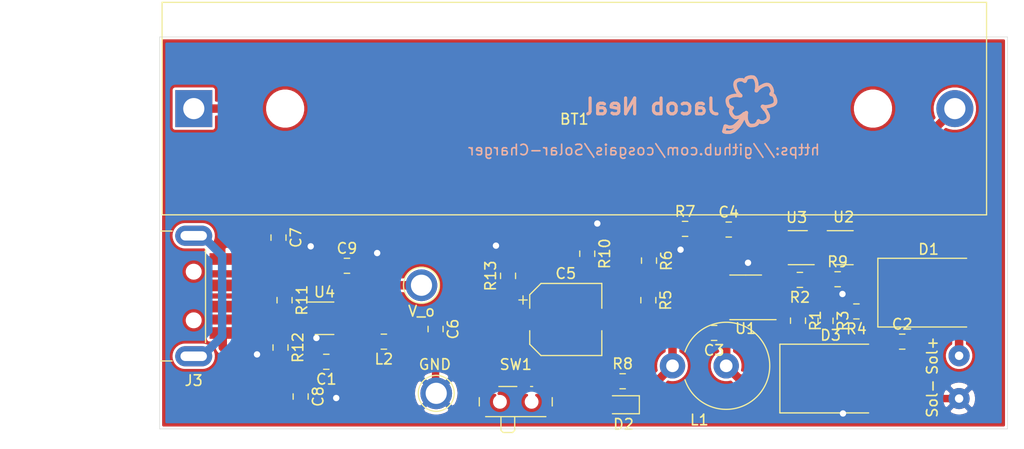
<source format=kicad_pcb>
(kicad_pcb (version 20171130) (host pcbnew "(5.1.0)-1")
  (title_block (title "Solar Charger") (date 2019-05-17) (rev 1.0) (company "Walla Walla University"))
  (layers (0 F.Cu signal) (31 B.Cu signal) (34 B.Paste user) (35 F.Paste user) (36 B.SilkS user) (37 F.SilkS user) (38 B.Mask user) (39 F.Mask user) (44 Edge.Cuts user))
  (net 0 "")
  (net 1 Bat-)
  (net 2 "Net-(BT1-Pad1)")
  (net 3 GND)
  (net 4 "Net-(C1-Pad1)")
  (net 5 "Net-(C2-Pad1)")
  (net 6 "Net-(C3-Pad1)")
  (net 7 "Net-(C3-Pad2)")
  (net 8 "Net-(C4-Pad1)")
  (net 9 "Net-(C5-Pad2)")
  (net 10 "Net-(C8-Pad1)")
  (net 11 "Net-(D1-Pad2)")
  (net 12 "Net-(J3-Pad2)")
  (net 13 "Net-(J3-Pad3)")
  (net 14 "Net-(J3-Pad5)")
  (net 15 "Net-(L1-Pad2)")
  (net 16 "Net-(L2-Pad2)")
  (net 17 "Net-(R1-Pad1)")
  (net 18 "Net-(R5-Pad1)")
  (net 19 "Net-(R9-Pad2)")
  (net 20 "Net-(R11-Pad2)")
  (net 21 "Net-(SW1-Pad3)")
  (net 22 "Net-(U1-Pad4)")
  (net 23 "Net-(U1-Pad5)")
  (net 24 "Net-(U1-Pad8)")
  (net 25 "Net-(U2-Pad1)")
  (net 26 "Net-(U2-Pad3)")
  (net 27 "Net-(U2-Pad4)")
  (net 28 "Net-(U3-Pad5)")
  (net 29 "Net-(U3-Pad2)")
  (net 30 "Net-(R3-Pad1)")
  (module Battery:BatteryHolder_MPD_BH-18650-PC2 (layer F.Cu) (at 114.413501 80.188501)
    (fp_text reference BT1 (at 36 1) (layer F.SilkS))
    (fp_text value Battery_Cell)
    (pad 2 thru_hole circle (at 72 0) (size 3.5 3.5) (drill 2) (layers *.Cu *.Mask) (net 1 Bat-))
    (pad 1 thru_hole rect (at 0 0) (size 3.5 3.5) (drill 2) (layers *.Cu *.Mask) (net 2 "Net-(BT1-Pad1)"))
    (pad "" np_thru_hole circle (at 8.645 0) (size 3.2 3.2) (drill 3.2) (layers *.Cu *.Mask))
    (pad "" np_thru_hole circle (at 64.255 0) (size 3.2 3.2) (drill 3.2) (layers *.Cu *.Mask))
  )
  (module Capacitor_SMD:C_0805_2012Metric (layer F.Cu) (at 126.9515 104.14 180)
    (fp_text reference C1 (at 0 -1.65) (layer F.SilkS))
    (fp_text value 1u)
    (pad 2 smd roundrect (at 0.9375 0 180) (size 0.975 1.4) (layers F.Cu F.Paste F.Mask) (net 3 GND))
    (pad 1 smd roundrect (at -0.9375 0 180) (size 0.975 1.4) (layers F.Cu F.Paste F.Mask) (net 4 "Net-(C1-Pad1)"))
  )
  (module Capacitor_SMD:C_0805_2012Metric (layer F.Cu) (at 181.4345 102.235)
    (fp_text reference C2 (at 0 -1.65) (layer F.SilkS))
    (fp_text value 10u)
    (pad 1 smd roundrect (at -0.9375 0) (size 0.975 1.4) (layers F.Cu F.Paste F.Mask) (net 5 "Net-(C2-Pad1)"))
    (pad 2 smd roundrect (at 0.9375 0) (size 0.975 1.4) (layers F.Cu F.Paste F.Mask) (net 3 GND))
  )
  (module Capacitor_SMD:C_0805_2012Metric (layer F.Cu) (at 163.6395 101.4095 180)
    (fp_text reference C3 (at 0 -1.65) (layer F.SilkS))
    (fp_text value 1u)
    (pad 1 smd roundrect (at -0.9375 0 180) (size 0.975 1.4) (layers F.Cu F.Paste F.Mask) (net 6 "Net-(C3-Pad1)"))
    (pad 2 smd roundrect (at 0.9375 0 180) (size 0.975 1.4) (layers F.Cu F.Paste F.Mask) (net 7 "Net-(C3-Pad2)"))
  )
  (module Capacitor_SMD:C_0805_2012Metric (layer F.Cu) (at 165.0215 91.6305)
    (fp_text reference C4 (at 0 -1.65) (layer F.SilkS))
    (fp_text value 0.1u)
    (pad 2 smd roundrect (at 0.9375 0) (size 0.975 1.4) (layers F.Cu F.Paste F.Mask) (net 1 Bat-))
    (pad 1 smd roundrect (at -0.9375 0) (size 0.975 1.4) (layers F.Cu F.Paste F.Mask) (net 8 "Net-(C4-Pad1)"))
  )
  (module Capacitor_SMD:CP_Elec_6.3x5.4_Nichicon (layer F.Cu) (at 149.606 100.1395)
    (fp_text reference C5 (at 0 -4.35) (layer F.SilkS))
    (fp_text value 100u)
    (pad 1 smd roundrect (at -2.7 0) (size 3.5 1.6) (layers F.Cu F.Paste F.Mask) (roundrect_rratio 0.15625) (net 2 "Net-(BT1-Pad1)"))
    (pad 2 smd roundrect (at 2.7 0) (size 3.5 1.6) (layers F.Cu F.Paste F.Mask) (roundrect_rratio 0.15625) (net 9 "Net-(C5-Pad2)"))
  )
  (module Capacitor_SMD:C_0805_2012Metric (layer F.Cu) (at 137.287 101.0435 270)
    (fp_text reference C6 (at 0 -1.65 90) (layer F.SilkS))
    (fp_text value 22u)
    (pad 1 smd roundrect (at -0.9375 0 270) (size 0.975 1.4) (layers F.Cu F.Paste F.Mask) (net 4 "Net-(C1-Pad1)"))
    (pad 2 smd roundrect (at 0.9375 0 270) (size 0.975 1.4) (layers F.Cu F.Paste F.Mask) (net 3 GND))
  )
  (module Capacitor_SMD:C_0805_2012Metric (layer F.Cu) (at 122.428 92.3925 270)
    (fp_text reference C7 (at 0 -1.65 90) (layer F.SilkS))
    (fp_text value 10u)
    (pad 2 smd roundrect (at 0.9375 0 270) (size 0.975 1.4) (layers F.Cu F.Paste F.Mask) (net 3 GND))
    (pad 1 smd roundrect (at -0.9375 0 270) (size 0.975 1.4) (layers F.Cu F.Paste F.Mask) (net 2 "Net-(BT1-Pad1)"))
  )
  (module Capacitor_SMD:C_0805_2012Metric (layer F.Cu) (at 124.5235 107.427 270)
    (fp_text reference C8 (at 0 -1.65 90) (layer F.SilkS))
    (fp_text value 22u)
    (pad 1 smd roundrect (at -0.9375 0 270) (size 0.975 1.4) (layers F.Cu F.Paste F.Mask) (net 10 "Net-(C8-Pad1)"))
    (pad 2 smd roundrect (at 0.9375 0 270) (size 0.975 1.4) (layers F.Cu F.Paste F.Mask) (net 3 GND))
  )
  (module Capacitor_SMD:C_0805_2012Metric (layer F.Cu) (at 128.905 95.0595)
    (fp_text reference C9 (at 0 -1.65) (layer F.SilkS))
    (fp_text value 22u)
    (pad 2 smd roundrect (at 0.9375 0) (size 0.975 1.4) (layers F.Cu F.Paste F.Mask) (net 3 GND))
    (pad 1 smd roundrect (at -0.9375 0) (size 0.975 1.4) (layers F.Cu F.Paste F.Mask) (net 10 "Net-(C8-Pad1)"))
  )
  (module Diode_SMD:D_SMC (layer F.Cu) (at 183.9305 97.5995)
    (fp_text reference D1 (at 0 -4.1) (layer F.SilkS))
    (fp_text value D_Schottky)
    (pad 1 smd rect (at -3.4 0 90) (size 3.3 2.5) (layers F.Cu F.Paste F.Mask) (net 5 "Net-(C2-Pad1)"))
    (pad 2 smd rect (at 3.4 0 90) (size 3.3 2.5) (layers F.Cu F.Paste F.Mask) (net 11 "Net-(D1-Pad2)"))
  )
  (module Diode_SMD:D_SOD-323F (layer F.Cu) (at 155.067 108.204 180)
    (fp_text reference D2 (at 0 -1.85) (layer F.SilkS))
    (fp_text value D)
    (pad 1 smd rect (at -1.1 0 180) (size 0.5 0.5) (layers F.Cu F.Paste F.Mask) (net 7 "Net-(C3-Pad2)"))
    (pad 2 smd rect (at 1.1 0 180) (size 0.5 0.5) (layers F.Cu F.Paste F.Mask) (net 2 "Net-(BT1-Pad1)"))
  )
  (module Diode_SMD:D_SMC (layer F.Cu) (at 174.6595 105.7275)
    (fp_text reference D3 (at 0 -4.1) (layer F.SilkS))
    (fp_text value D_Schottky)
    (pad 2 smd rect (at 3.4 0 90) (size 3.3 2.5) (layers F.Cu F.Paste F.Mask) (net 3 GND))
    (pad 1 smd rect (at -3.4 0 90) (size 3.3 2.5) (layers F.Cu F.Paste F.Mask) (net 6 "Net-(C3-Pad1)"))
  )
  (module Connector_USB:USB_A_CNCTech_1001-011-01101_Horizontal (layer F.Cu) (at 107.5055 97.917 180)
    (fp_text reference J3 (at -6.9 -8) (layer F.SilkS))
    (fp_text value USB_A)
    (pad 2 smd rect (at -9.65 -1 180) (size 2.5 1.1) (layers F.Cu F.Paste F.Mask) (net 12 "Net-(J3-Pad2)"))
    (pad 3 smd rect (at -9.65 1 180) (size 2.5 1.1) (layers F.Cu F.Paste F.Mask) (net 13 "Net-(J3-Pad3)"))
    (pad 1 smd rect (at -9.65 -3.5 180) (size 2.5 1.1) (layers F.Cu F.Paste F.Mask) (net 10 "Net-(C8-Pad1)"))
    (pad 4 smd rect (at -9.65 3.5 180) (size 2.5 1.1) (layers F.Cu F.Paste F.Mask) (net 3 GND))
    (pad 5 thru_hole oval (at -6.9 -5.7 180) (size 3.5 1.9) (drill oval 2.5 0.9) (layers *.Cu *.Mask) (net 14 "Net-(J3-Pad5)"))
    (pad 5 thru_hole oval (at -6.9 5.7 180) (size 3.5 1.9) (drill oval 2.5 0.9) (layers *.Cu *.Mask) (net 14 "Net-(J3-Pad5)"))
    (pad "" np_thru_hole circle (at -6.9 -2.3 180) (size 1.1 1.1) (drill 1.1) (layers *.Cu *.Mask))
    (pad "" np_thru_hole circle (at -6.9 2.3 180) (size 1.1 1.1) (drill 1.1) (layers *.Cu *.Mask))
  )
  (module Inductor_THT:L_Axial_L20.0mm_D8.0mm_P5.08mm_Vertical (layer F.Cu) (at 164.7825 104.521 180)
    (fp_text reference L1 (at 2.54 -5.12) (layer F.SilkS))
    (fp_text value 10u)
    (pad 1 thru_hole circle (at 0 0 180) (size 2.4 2.4) (drill 1.2) (layers *.Cu *.Mask) (net 6 "Net-(C3-Pad1)"))
    (pad 2 thru_hole oval (at 5.08 0 180) (size 2.4 2.4) (drill 1.2) (layers *.Cu *.Mask) (net 15 "Net-(L1-Pad2)"))
  )
  (module Inductor_SMD:L_0805_2012Metric (layer F.Cu) (at 132.3975 102.235 180)
    (fp_text reference L2 (at 0 -1.65) (layer F.SilkS))
    (fp_text value 1.5u)
    (pad 1 smd roundrect (at -0.9375 0 180) (size 0.975 1.4) (layers F.Cu F.Paste F.Mask) (net 4 "Net-(C1-Pad1)"))
    (pad 2 smd roundrect (at 0.9375 0 180) (size 0.975 1.4) (layers F.Cu F.Paste F.Mask) (net 16 "Net-(L2-Pad2)"))
  )
  (module Resistor_SMD:R_0805_2012Metric (layer F.Cu) (at 171.577 100.2515 270)
    (fp_text reference R1 (at 0 -1.65 90) (layer F.SilkS))
    (fp_text value 787k)
    (pad 2 smd roundrect (at 0.9375 0 270) (size 0.975 1.4) (layers F.Cu F.Paste F.Mask) (net 5 "Net-(C2-Pad1)"))
    (pad 1 smd roundrect (at -0.9375 0 270) (size 0.975 1.4) (layers F.Cu F.Paste F.Mask) (net 17 "Net-(R1-Pad1)"))
  )
  (module Resistor_SMD:R_0805_2012Metric (layer F.Cu) (at 171.7525 96.393 180)
    (fp_text reference R2 (at 0 -1.65) (layer F.SilkS))
    (fp_text value 100k)
    (pad 1 smd roundrect (at -0.9375 0 180) (size 0.975 1.4) (layers F.Cu F.Paste F.Mask) (net 3 GND))
    (pad 2 smd roundrect (at 0.9375 0 180) (size 0.975 1.4) (layers F.Cu F.Paste F.Mask) (net 17 "Net-(R1-Pad1)"))
  )
  (module Resistor_SMD:R_0805_2012Metric (layer F.Cu) (at 174.1805 100.2665 270)
    (fp_text reference R3 (at 0 -1.65 90) (layer F.SilkS))
    (fp_text value 280k)
    (pad 1 smd roundrect (at -0.9375 0 270) (size 0.975 1.4) (layers F.Cu F.Paste F.Mask) (net 30 "Net-(R3-Pad1)"))
    (pad 2 smd roundrect (at 0.9375 0 270) (size 0.975 1.4) (layers F.Cu F.Paste F.Mask) (net 5 "Net-(C2-Pad1)"))
  )
  (module Resistor_SMD:R_0805_2012Metric (layer F.Cu) (at 177.1015 99.3775 180)
    (fp_text reference R4 (at 0 -1.65) (layer F.SilkS))
    (fp_text value 100k)
    (pad 2 smd roundrect (at 0.9375 0 180) (size 0.975 1.4) (layers F.Cu F.Paste F.Mask) (net 30 "Net-(R3-Pad1)"))
    (pad 1 smd roundrect (at -0.9375 0 180) (size 0.975 1.4) (layers F.Cu F.Paste F.Mask) (net 3 GND))
  )
  (module Resistor_SMD:R_0805_2012Metric (layer F.Cu) (at 157.4165 98.313 270)
    (fp_text reference R5 (at 0 -1.65 90) (layer F.SilkS))
    (fp_text value 316k)
    (pad 1 smd roundrect (at -0.9375 0 270) (size 0.975 1.4) (layers F.Cu F.Paste F.Mask) (net 18 "Net-(R5-Pad1)"))
    (pad 2 smd roundrect (at 0.9375 0 270) (size 0.975 1.4) (layers F.Cu F.Paste F.Mask) (net 2 "Net-(BT1-Pad1)"))
  )
  (module Resistor_SMD:R_0805_2012Metric (layer F.Cu) (at 157.48 94.5665 270)
    (fp_text reference R6 (at 0 -1.65 90) (layer F.SilkS))
    (fp_text value 1.15Meg)
    (pad 2 smd roundrect (at 0.9375 0 270) (size 0.975 1.4) (layers F.Cu F.Paste F.Mask) (net 18 "Net-(R5-Pad1)"))
    (pad 1 smd roundrect (at -0.9375 0 270) (size 0.975 1.4) (layers F.Cu F.Paste F.Mask) (net 3 GND))
  )
  (module Resistor_SMD:R_0805_2012Metric (layer F.Cu) (at 160.894 91.567)
    (fp_text reference R7 (at 0 -1.65) (layer F.SilkS))
    (fp_text value 470)
    (pad 1 smd roundrect (at -0.9375 0) (size 0.975 1.4) (layers F.Cu F.Paste F.Mask) (net 2 "Net-(BT1-Pad1)"))
    (pad 2 smd roundrect (at 0.9375 0) (size 0.975 1.4) (layers F.Cu F.Paste F.Mask) (net 8 "Net-(C4-Pad1)"))
  )
  (module Resistor_SMD:R_0805_2012Metric (layer F.Cu) (at 154.9885 105.9815)
    (fp_text reference R8 (at 0 -1.65) (layer F.SilkS))
    (fp_text value 0.05)
    (pad 2 smd roundrect (at 0.9375 0) (size 0.975 1.4) (layers F.Cu F.Paste F.Mask) (net 15 "Net-(L1-Pad2)"))
    (pad 1 smd roundrect (at -0.9375 0) (size 0.975 1.4) (layers F.Cu F.Paste F.Mask) (net 2 "Net-(BT1-Pad1)"))
  )
  (module Resistor_SMD:R_0805_2012Metric (layer F.Cu) (at 175.3235 96.3295)
    (fp_text reference R9 (at 0 -1.65) (layer F.SilkS))
    (fp_text value 2k)
    (pad 2 smd roundrect (at 0.9375 0) (size 0.975 1.4) (layers F.Cu F.Paste F.Mask) (net 19 "Net-(R9-Pad2)"))
    (pad 1 smd roundrect (at -0.9375 0) (size 0.975 1.4) (layers F.Cu F.Paste F.Mask) (net 3 GND))
  )
  (module Resistor_SMD:R_0805_2012Metric (layer F.Cu) (at 151.638 93.9165 270)
    (fp_text reference R10 (at 0 -1.65 90) (layer F.SilkS))
    (fp_text value 0.1)
    (pad 1 smd roundrect (at -0.9375 0 270) (size 0.975 1.4) (layers F.Cu F.Paste F.Mask) (net 3 GND))
    (pad 2 smd roundrect (at 0.9375 0 270) (size 0.975 1.4) (layers F.Cu F.Paste F.Mask) (net 9 "Net-(C5-Pad2)"))
  )
  (module Resistor_SMD:R_0805_2012Metric (layer F.Cu) (at 122.9995 98.313 270)
    (fp_text reference R11 (at 0 -1.65 90) (layer F.SilkS))
    (fp_text value 1.8Meg)
    (pad 2 smd roundrect (at 0.9375 0 270) (size 0.975 1.4) (layers F.Cu F.Paste F.Mask) (net 20 "Net-(R11-Pad2)"))
    (pad 1 smd roundrect (at -0.9375 0 270) (size 0.975 1.4) (layers F.Cu F.Paste F.Mask) (net 10 "Net-(C8-Pad1)"))
  )
  (module Resistor_SMD:R_0805_2012Metric (layer F.Cu) (at 122.6185 102.7915 270)
    (fp_text reference R12 (at 0 -1.65 90) (layer F.SilkS))
    (fp_text value 200k)
    (pad 1 smd roundrect (at -0.9375 0 270) (size 0.975 1.4) (layers F.Cu F.Paste F.Mask) (net 20 "Net-(R11-Pad2)"))
    (pad 2 smd roundrect (at 0.9375 0 270) (size 0.975 1.4) (layers F.Cu F.Paste F.Mask) (net 3 GND))
  )
  (module Resistor_SMD:R_0805_2012Metric (layer F.Cu) (at 144.145 96.012 90)
    (fp_text reference R13 (at 0 -1.65 90) (layer F.SilkS))
    (fp_text value 100k)
    (pad 1 smd roundrect (at -0.9375 0 90) (size 0.975 1.4) (layers F.Cu F.Paste F.Mask) (net 4 "Net-(C1-Pad1)"))
    (pad 2 smd roundrect (at 0.9375 0 90) (size 0.975 1.4) (layers F.Cu F.Paste F.Mask) (net 3 GND))
  )
  (module Button_Switch_SMD:SW_SPDT_PCM12 (layer F.Cu) (at 144.874 107.5995)
    (fp_text reference SW1 (at 0 -3.2) (layer F.SilkS))
    (fp_text value SW_SPDT)
    (pad "" np_thru_hole circle (at -1.5 0.33) (size 0.9 0.9) (drill 0.9) (layers *.Cu *.Mask))
    (pad "" np_thru_hole circle (at 1.5 0.33) (size 0.9 0.9) (drill 0.9) (layers *.Cu *.Mask))
    (pad 1 smd rect (at -2.25 -1.43) (size 0.7 1.5) (layers F.Cu F.Paste F.Mask) (net 4 "Net-(C1-Pad1)"))
    (pad 2 smd rect (at 0.75 -1.43) (size 0.7 1.5) (layers F.Cu F.Paste F.Mask) (net 2 "Net-(BT1-Pad1)"))
    (pad 3 smd rect (at 2.25 -1.43) (size 0.7 1.5) (layers F.Cu F.Paste F.Mask) (net 21 "Net-(SW1-Pad3)"))
    (pad "" smd rect (at -3.65 1.43) (size 1 0.8) (layers F.Cu F.Paste F.Mask))
    (pad "" smd rect (at 3.65 1.43) (size 1 0.8) (layers F.Cu F.Paste F.Mask))
    (pad "" smd rect (at 3.65 -0.78) (size 1 0.8) (layers F.Cu F.Paste F.Mask))
    (pad "" smd rect (at -3.65 -0.78) (size 1 0.8) (layers F.Cu F.Paste F.Mask))
  )
  (module TestPoint:TestPoint_Plated_Hole_D2.0mm (layer F.Cu) (at 137.3505 107.1245)
    (fp_text reference TP1)
    (fp_text value GND (at -0.127 -2.7305) (layer F.SilkS))
    (pad 1 thru_hole circle (at 0 0) (size 3 3) (drill 2) (layers *.Cu *.Mask) (net 3 GND))
  )
  (module TestPoint:TestPoint_Plated_Hole_D2.0mm (layer F.Cu) (at 135.9535 96.901)
    (fp_text reference TP2)
    (fp_text value V_o (at 0 2.45) (layer F.SilkS))
    (pad 1 thru_hole circle (at 0 0) (size 3 3) (drill 2) (layers *.Cu *.Mask) (net 10 "Net-(C8-Pad1)"))
  )
  (module Package_SO:MSOP-12-1EP_3x4mm_P0.65mm_EP1.65x2.85mm (layer F.Cu) (at 166.624 98.044 180)
    (fp_text reference U1 (at 0 -2.95) (layer F.SilkS))
    (fp_text value LT3652)
    (pad 13 smd roundrect (at 0 0 180) (size 1.65 2.85) (layers F.Cu F.Mask) (roundrect_rratio 0.151515) (net 3 GND))
    (pad 1 smd roundrect (at -2.15 -1.625 180) (size 1.45 0.4) (layers F.Cu F.Paste F.Mask) (net 5 "Net-(C2-Pad1)"))
    (pad 2 smd roundrect (at -2.15 -0.975 180) (size 1.45 0.4) (layers F.Cu F.Paste F.Mask) (net 30 "Net-(R3-Pad1)"))
    (pad 3 smd roundrect (at -2.15 -0.325 180) (size 1.45 0.4) (layers F.Cu F.Paste F.Mask) (net 17 "Net-(R1-Pad1)"))
    (pad 4 smd roundrect (at -2.15 0.325 180) (size 1.45 0.4) (layers F.Cu F.Paste F.Mask) (net 22 "Net-(U1-Pad4)"))
    (pad 5 smd roundrect (at -2.15 0.975 180) (size 1.45 0.4) (layers F.Cu F.Paste F.Mask) (net 23 "Net-(U1-Pad5)"))
    (pad 6 smd roundrect (at -2.15 1.625 180) (size 1.45 0.4) (layers F.Cu F.Paste F.Mask) (net 3 GND))
    (pad 7 smd roundrect (at 2.15 1.625 180) (size 1.45 0.4) (layers F.Cu F.Paste F.Mask) (net 18 "Net-(R5-Pad1)"))
    (pad 8 smd roundrect (at 2.15 0.975 180) (size 1.45 0.4) (layers F.Cu F.Paste F.Mask) (net 24 "Net-(U1-Pad8)"))
    (pad 9 smd roundrect (at 2.15 0.325 180) (size 1.45 0.4) (layers F.Cu F.Paste F.Mask) (net 2 "Net-(BT1-Pad1)"))
    (pad 10 smd roundrect (at 2.15 -0.325 180) (size 1.45 0.4) (layers F.Cu F.Paste F.Mask) (net 15 "Net-(L1-Pad2)"))
    (pad 11 smd roundrect (at 2.15 -0.975 180) (size 1.45 0.4) (layers F.Cu F.Paste F.Mask) (net 7 "Net-(C3-Pad2)"))
    (pad 12 smd roundrect (at 2.15 -1.625 180) (size 1.45 0.4) (layers F.Cu F.Paste F.Mask) (net 6 "Net-(C3-Pad1)"))
  )
  (module Package_TO_SOT_SMD:SOT-23-6 (layer F.Cu) (at 175.895 93.345)
    (fp_text reference U2 (at 0 -2.9) (layer F.SilkS))
    (fp_text value S-8261)
    (pad 1 smd rect (at -1.1 -0.95) (size 1.06 0.65) (layers F.Cu F.Paste F.Mask) (net 25 "Net-(U2-Pad1)"))
    (pad 2 smd rect (at -1.1 0) (size 1.06 0.65) (layers F.Cu F.Paste F.Mask) (net 19 "Net-(R9-Pad2)"))
    (pad 3 smd rect (at -1.1 0.95) (size 1.06 0.65) (layers F.Cu F.Paste F.Mask) (net 26 "Net-(U2-Pad3)"))
    (pad 4 smd rect (at 1.1 0.95) (size 1.06 0.65) (layers F.Cu F.Paste F.Mask) (net 27 "Net-(U2-Pad4)"))
    (pad 6 smd rect (at 1.1 -0.95) (size 1.06 0.65) (layers F.Cu F.Paste F.Mask) (net 1 Bat-))
    (pad 5 smd rect (at 1.1 0) (size 1.06 0.65) (layers F.Cu F.Paste F.Mask) (net 8 "Net-(C4-Pad1)"))
  )
  (module Package_TO_SOT_SMD:SOT-23-6 (layer F.Cu) (at 171.5565 93.3425 180)
    (fp_text reference U3 (at 0.1065 2.855) (layer F.SilkS))
    (fp_text value DMG6968UDM)
    (pad 5 smd rect (at 1.1 0 180) (size 1.06 0.65) (layers F.Cu F.Paste F.Mask) (net 28 "Net-(U3-Pad5)"))
    (pad 6 smd rect (at 1.1 -0.95 180) (size 1.06 0.65) (layers F.Cu F.Paste F.Mask) (net 3 GND))
    (pad 4 smd rect (at 1.1 0.95 180) (size 1.06 0.65) (layers F.Cu F.Paste F.Mask) (net 1 Bat-))
    (pad 3 smd rect (at -1.1 0.95 180) (size 1.06 0.65) (layers F.Cu F.Paste F.Mask) (net 25 "Net-(U2-Pad1)"))
    (pad 2 smd rect (at -1.1 0 180) (size 1.06 0.65) (layers F.Cu F.Paste F.Mask) (net 29 "Net-(U3-Pad2)"))
    (pad 1 smd rect (at -1.1 -0.95 180) (size 1.06 0.65) (layers F.Cu F.Paste F.Mask) (net 26 "Net-(U2-Pad3)"))
  )
  (module Package_TO_SOT_SMD:TSOT-23-8 (layer F.Cu) (at 126.782001 99.998001)
    (fp_text reference U4 (at 0 -2.45) (layer F.SilkS))
    (fp_text value RT4812)
    (pad 1 smd rect (at -1.31 -0.97) (size 1.22 0.4) (layers F.Cu F.Paste F.Mask) (net 4 "Net-(C1-Pad1)"))
    (pad 2 smd rect (at -1.31 -0.33) (size 1.22 0.4) (layers F.Cu F.Paste F.Mask) (net 20 "Net-(R11-Pad2)"))
    (pad 3 smd rect (at -1.31 0.33) (size 1.22 0.4) (layers F.Cu F.Paste F.Mask) (net 10 "Net-(C8-Pad1)"))
    (pad 4 smd rect (at -1.31 0.97) (size 1.22 0.4) (layers F.Cu F.Paste F.Mask) (net 3 GND))
    (pad 5 smd rect (at 1.31 0.97) (size 1.22 0.4) (layers F.Cu F.Paste F.Mask) (net 3 GND))
    (pad 6 smd rect (at 1.31 0.33) (size 1.22 0.4) (layers F.Cu F.Paste F.Mask) (net 16 "Net-(L2-Pad2)"))
    (pad 7 smd rect (at 1.31 -0.33) (size 1.22 0.4) (layers F.Cu F.Paste F.Mask) (net 4 "Net-(C1-Pad1)"))
    (pad 8 smd rect (at 1.31 -0.97) (size 1.22 0.4) (layers F.Cu F.Paste F.Mask) (net 4 "Net-(C1-Pad1)"))
  )
  (module Connector_Wire:SolderWirePad_1x01_Drill0.8mm (layer F.Cu) (at 186.815999 103.569501 270)
    (fp_text reference J1)
    (fp_text value Sol+ (at 0 2.54 90) (layer F.SilkS))
    (pad 1 thru_hole circle (at 0 0 270) (size 1.99898 1.99898) (drill 0.8001) (layers *.Cu *.Mask) (net 11 "Net-(D1-Pad2)"))
  )
  (module Connector_Wire:SolderWirePad_1x01_Drill0.8mm (layer F.Cu) (at 186.815999 107.619501 270)
    (fp_text reference J2)
    (fp_text value Sol- (at 0 2.54 90) (layer F.SilkS))
    (pad 1 thru_hole circle (at 0 0 270) (size 1.99898 1.99898) (drill 0.8001) (layers *.Cu *.Mask) (net 3 GND))
  )
  (gr_text https://github.com/cosgais/Solar-Charger (at 157 84.1) (layer B.SilkS) (effects (font (size 1 1)) (justify mirror)))
  (gr_line (start 169.100085 78.855958) (end 169.077275 78.851444) (layer B.SilkS) (width 0.32))
  (gr_line (start 169.124836 78.86139) (end 169.100085 78.855958) (layer B.SilkS) (width 0.32))
  (gr_line (start 169.175994 78.8772) (end 169.151453 78.868894) (layer B.SilkS) (width 0.32))
  (gr_line (start 169.151453 78.868894) (end 169.124836 78.86139) (layer B.SilkS) (width 0.32))
  (gr_arc (start 169.119682 79.030374) (end 169.193845 78.885002) (angle -6.843893855) (layer B.SilkS) (width 0.32))
  (gr_arc (start 169.09506 79.078636) (end 169.255151 78.931586) (angle -20.40213221) (layer B.SilkS) (width 0.32))
  (gr_arc (start 168.915287 79.243768) (end 169.311063 79.006436) (angle -11.61947299) (layer B.SilkS) (width 0.32))
  (gr_arc (start 168.686206 79.381138) (end 169.362612 79.110356) (angle -9.132007347) (layer B.SilkS) (width 0.32))
  (gr_line (start 169.410549 79.246379) (end 169.362612 79.110356) (layer B.SilkS) (width 0.32))
  (gr_line (start 169.431951 79.320351) (end 169.410549 79.246379) (layer B.SilkS) (width 0.32))
  (gr_arc (start 167.674126 81.63417) (end 167.673404 81.633611) (angle -82.74434047) (layer B.SilkS) (width 0.32))
  (gr_line (start 167.69834 81.615289) (end 167.692685 81.620559) (layer B.SilkS) (width 0.32))
  (gr_line (start 167.682205 81.622315) (end 167.691114 81.611748) (layer B.SilkS) (width 0.32))
  (gr_arc (start 167.674126 81.63417) (end 167.673481 81.634815) (angle -82.74434047) (layer B.SilkS) (width 0.32))
  (gr_line (start 167.673404 81.633611) (end 167.682205 81.622315) (layer B.SilkS) (width 0.32))
  (gr_arc (start 167.700421 81.608591) (end 167.703481 81.608591) (angle -68.41231699) (layer B.SilkS) (width 0.32))
  (gr_line (start 167.702669 81.610714) (end 167.69834 81.615289) (layer B.SilkS) (width 0.32))
  (gr_line (start 167.692685 81.620559) (end 167.685981 81.626091) (layer B.SilkS) (width 0.32))
  (gr_arc (start 167.700008 81.609634) (end 167.701547 81.605746) (angle -54.41289069) (layer B.SilkS) (width 0.32))
  (gr_arc (start 167.715776 81.634078) (end 167.697742 81.60612) (angle -15.01678131) (layer B.SilkS) (width 0.32))
  (gr_line (start 167.685981 81.626091) (end 167.674685 81.634892) (layer B.SilkS) (width 0.32))
  (gr_arc (start 168.640705 78.496046) (end 168.591732 77.908758) (angle -7.678656055) (layer B.SilkS) (width 0.32))
  (gr_arc (start 168.626968 78.310268) (end 168.960878 78.065177) (angle -19.79445269) (layer B.SilkS) (width 0.32))
  (gr_arc (start 169.045776 78.818626) (end 169.032902 78.839458) (angle -16.46204273) (layer B.SilkS) (width 0.32))
  (gr_arc (start 167.198007 78.178724) (end 167.673479 78.285781) (angle -6.213235981) (layer B.SilkS) (width 0.32))
  (gr_line (start 169.056523 78.846707) (end 169.039333 78.842252) (layer B.SilkS) (width 0.32))
  (gr_line (start 167.632869 78.448237) (end 167.643152 78.406701) (layer B.SilkS) (width 0.32))
  (gr_arc (start 167.633994 78.476424) (end 167.632209 78.501674) (angle -41.7604244) (layer B.SilkS) (width 0.32))
  (gr_arc (start 169.355852 78.977953) (end 169.058944 78.751247) (angle -5.897871149) (layer B.SilkS) (width 0.32))
  (gr_arc (start 169.066782 78.820438) (end 169.025925 78.808376) (angle -25.56990326) (layer B.SilkS) (width 0.32))
  (gr_arc (start 167.662734 78.4924) (end 167.624528 78.483509) (angle -12.97758582) (layer B.SilkS) (width 0.32))
  (gr_arc (start 168.838538 78.543516) (end 169.143383 78.54405) (angle -11.80028398) (layer B.SilkS) (width 0.32))
  (gr_arc (start 167.700298 81.608591) (end 167.702669 81.610714) (angle -41.83689157) (layer B.SilkS) (width 0.32))
  (gr_line (start 167.643152 78.406701) (end 167.65534 78.359815) (layer B.SilkS) (width 0.32))
  (gr_arc (start 168.914328 78.543648) (end 169.137976 78.593125) (angle -12.37393473) (layer B.SilkS) (width 0.32))
  (gr_arc (start 167.062921 78.16339) (end 167.682273 78.233692) (angle -5.270511582) (layer B.SilkS) (width 0.32))
  (gr_line (start 167.033119 77.204078) (end 166.991825 77.210024) (layer B.SilkS) (width 0.32))
  (gr_line (start 167.624528 78.483509) (end 167.632869 78.448237) (layer B.SilkS) (width 0.32))
  (gr_line (start 167.083597 77.200147) (end 167.033119 77.204078) (layer B.SilkS) (width 0.32))
  (gr_line (start 167.140975 77.198256) (end 167.083597 77.200147) (layer B.SilkS) (width 0.32))
  (gr_arc (start 166.893334 77.767049) (end 167.602478 77.524117) (angle -7.036231184) (layer B.SilkS) (width 0.32))
  (gr_line (start 169.077275 78.851444) (end 169.056523 78.846707) (layer B.SilkS) (width 0.32))
  (gr_arc (start 168.612428 79.107933) (end 167.931943 78.21025) (angle -7.384702667) (layer B.SilkS) (width 0.32))
  (gr_line (start 167.203481 77.198549) (end 167.140975 77.198256) (layer B.SilkS) (width 0.32))
  (gr_line (start 167.30814 77.20417) (end 167.203481 77.198549) (layer B.SilkS) (width 0.32))
  (gr_line (start 167.686112 78.176502) (end 167.687122 78.079815) (layer B.SilkS) (width 0.32))
  (gr_arc (start 168.603199 78.451053) (end 169.085488 78.290094) (angle -8.357809884) (layer B.SilkS) (width 0.32))
  (gr_line (start 168.229715 78.031236) (end 168.063966 78.121623) (layer B.SilkS) (width 0.32))
  (gr_arc (start 167.289281 77.422442) (end 167.368418 77.21815) (angle -16.2367602) (layer B.SilkS) (width 0.32))
  (gr_line (start 167.724496 78.414215) (end 167.680465 78.467255) (layer B.SilkS) (width 0.32))
  (gr_line (start 168.34029 77.979082) (end 168.229715 78.031236) (layer B.SilkS) (width 0.32))
  (gr_arc (start 168.680971 78.678499) (end 168.5137 77.920568) (angle -6.246213971) (layer B.SilkS) (width 0.32))
  (gr_arc (start 168.597889 78.399206) (end 169.058944 78.751247) (angle -6.459648536) (layer B.SilkS) (width 0.32))
  (gr_arc (start 167.307657 77.375003) (end 167.417018 77.247194) (angle -19.37696569) (layer B.SilkS) (width 0.32))
  (gr_arc (start 167.100425 77.652299) (end 167.525885 77.366916) (angle -8.942080982) (layer B.SilkS) (width 0.32))
  (gr_arc (start 167.024492 77.703232) (end 167.567379 77.439079) (angle -7.905971887) (layer B.SilkS) (width 0.32))
  (gr_line (start 167.632775 77.625727) (end 167.602478 77.524117) (layer B.SilkS) (width 0.32))
  (gr_line (start 167.659088 77.741678) (end 167.632775 77.625727) (layer B.SilkS) (width 0.32))
  (gr_arc (start 168.063589 78.72379) (end 169.05697 78.221701) (angle -9.465148906) (layer B.SilkS) (width 0.32))
  (gr_line (start 167.675512 77.844793) (end 167.659088 77.741678) (layer B.SilkS) (width 0.32))
  (gr_line (start 167.684273 77.951744) (end 167.675512 77.844793) (layer B.SilkS) (width 0.32))
  (gr_line (start 167.687122 78.079815) (end 167.684273 77.951744) (layer B.SilkS) (width 0.32))
  (gr_arc (start 167.632869 78.492336) (end 167.623507 78.492315) (angle -86.07984928) (layer B.SilkS) (width 0.32))
  (gr_line (start 169.114393 78.386249) (end 169.085488 78.290094) (layer B.SilkS) (width 0.32))
  (gr_arc (start 169.042219 78.824382) (end 169.024721 78.827192) (angle -49.16034192) (layer B.SilkS) (width 0.32))
  (gr_arc (start 168.635875 78.43812) (end 168.738365 77.916902) (angle -15.89125089) (layer B.SilkS) (width 0.32))
  (gr_arc (start 168.762711 78.497866) (end 169.095622 78.697142) (angle -8.731774694) (layer B.SilkS) (width 0.32))
  (gr_arc (start 167.5155 78.323204) (end 167.64948 78.496448) (angle -11.15492178) (layer B.SilkS) (width 0.32))
  (gr_arc (start 168.641941 79.137915) (end 167.822207 78.305159) (angle -7.184369978) (layer B.SilkS) (width 0.32))
  (gr_arc (start 168.76868 79.314056) (end 168.063966 78.121623) (angle -6.581246289) (layer B.SilkS) (width 0.32))
  (gr_arc (start 168.675079 78.238745) (end 168.858149 77.966581) (angle -22.80220807) (layer B.SilkS) (width 0.32))
  (gr_arc (start 168.828417 78.524643) (end 169.122016 78.644293) (angle -9.698049743) (layer B.SilkS) (width 0.32))
  (gr_arc (start 168.781856 78.976691) (end 168.432229 77.943267) (angle -5.183696357) (layer B.SilkS) (width 0.32))
  (gr_line (start 169.13705 78.481697) (end 169.114393 78.386249) (layer B.SilkS) (width 0.32))
  (gr_arc (start 169.127997 78.83851) (end 169.03722 78.782956) (angle -15.01815051) (layer B.SilkS) (width 0.32))
  (gr_arc (start 166.955886 77.786117) (end 167.476355 77.304253) (angle -6.653607792) (layer B.SilkS) (width 0.32))
  (gr_line (start 167.65534 78.359815) (end 167.673479 78.285781) (layer B.SilkS) (width 0.32))
  (gr_line (start 166.613763 77.484815) (end 166.594818 77.538302) (layer B.SilkS) (width 0.32))
  (gr_arc (start 166.336237 77.442742) (end 166.581411 77.568779) (angle -6.924493544) (layer B.SilkS) (width 0.32))
  (gr_line (start 166.628655 77.442709) (end 166.613763 77.484815) (layer B.SilkS) (width 0.32))
  (gr_line (start 166.643964 77.403021) (end 166.628655 77.442709) (layer B.SilkS) (width 0.32))
  (gr_line (start 166.657874 77.369842) (end 166.643964 77.403021) (layer B.SilkS) (width 0.32))
  (gr_arc (start 166.753863 77.411642) (end 166.666589 77.353813) (angle -9.997496841) (layer B.SilkS) (width 0.32))
  (gr_arc (start 166.769013 77.421681) (end 166.707242 77.315468) (angle -26.28941564) (layer B.SilkS) (width 0.32))
  (gr_arc (start 167.178219 78.150179) (end 166.890519 77.235324) (angle -6.393466682) (layer B.SilkS) (width 0.32))
  (gr_arc (start 167.151921 78.066552) (end 166.991825 77.210024) (angle -6.869997349) (layer B.SilkS) (width 0.32))
  (gr_arc (start 167.132349 78.046424) (end 166.790435 77.27305) (angle -6.330718887) (layer B.SilkS) (width 0.32))
  (gr_arc (start 165.877493 80.385281) (end 165.290568 80.713121) (angle -8.837959491) (layer B.SilkS) (width 0.32))
  (gr_arc (start 167.090696 77.798284) (end 165.834811 78.569104) (angle -6.848244449) (layer B.SilkS) (width 0.32))
  (gr_line (start 165.976512 81.460585) (end 165.821683 81.611544) (layer B.SilkS) (width 0.32))
  (gr_arc (start 164.611487 80.137403) (end 165.976512 81.460585) (angle -5.463148898) (layer B.SilkS) (width 0.32))
  (gr_line (start 166.171206 81.226021) (end 166.096286 81.324617) (layer B.SilkS) (width 0.32))
  (gr_line (start 166.250944 81.111407) (end 166.171206 81.226021) (layer B.SilkS) (width 0.32))
  (gr_arc (start 165.195049 79.810328) (end 165.032383 79.934111) (angle -14.2747462) (layer B.SilkS) (width 0.32))
  (gr_arc (start 165.859434 80.698667) (end 165.30406 80.191085) (angle -5.512853123) (layer B.SilkS) (width 0.32))
  (gr_line (start 166.3323 80.985683) (end 166.250944 81.111407) (layer B.SilkS) (width 0.32))
  (gr_arc (start 165.450655 79.615821) (end 164.963654 79.813532) (angle -15.17377623) (layer B.SilkS) (width 0.32))
  (gr_line (start 166.412169 80.853431) (end 166.3323 80.985683) (layer B.SilkS) (width 0.32))
  (gr_arc (start 165.342161 80.125181) (end 165.350074 80.129704) (angle -50.74596504) (layer B.SilkS) (width 0.32))
  (gr_line (start 166.497172 80.704982) (end 166.412169 80.853431) (layer B.SilkS) (width 0.32))
  (gr_arc (start 166.491813 80.671699) (end 166.502785 80.6695) (angle -116.6974439) (layer B.SilkS) (width 0.32))
  (gr_arc (start 165.762427 80.583173) (end 165.780565 78.936279) (angle -7.829972734) (layer B.SilkS) (width 0.32))
  (gr_line (start 166.389557 80.740615) (end 166.484919 80.662885) (layer B.SilkS) (width 0.32))
  (gr_arc (start 165.771192 80.400789) (end 165.221649 80.552349) (angle -8.228262016) (layer B.SilkS) (width 0.32))
  (gr_arc (start 166.26271 80.08405) (end 165.347906 80.799404) (angle -5.869242135) (layer B.SilkS) (width 0.32))
  (gr_line (start 166.131089 78.929339) (end 166.158928 78.961903) (layer B.SilkS) (width 0.32))
  (gr_arc (start 165.434869 79.508348) (end 165.067927 79.970398) (angle -6.47407558) (layer B.SilkS) (width 0.32))
  (gr_arc (start 166.000927 79.392425) (end 164.912252 79.653298) (angle -8.620551253) (layer B.SilkS) (width 0.32))
  (gr_arc (start 165.657041 80.068774) (end 165.157009 79.06132) (angle -6.603687655) (layer B.SilkS) (width 0.32))
  (gr_arc (start 165.397681 79.444018) (end 164.892372 79.349815) (angle -15.40924182) (layer B.SilkS) (width 0.32))
  (gr_arc (start 165.178824 79.381994) (end 164.968909 79.18944) (angle -17.52257846) (layer B.SilkS) (width 0.32))
  (gr_arc (start 165.043202 79.155134) (end 166.220432 80.869938) (angle -5.867180839) (layer B.SilkS) (width 0.32))
  (gr_arc (start 165.64995 80.038951) (end 166.06607 80.957011) (angle -10.08716424) (layer B.SilkS) (width 0.32))
  (gr_arc (start 165.727122 80.20921) (end 165.912474 81.009045) (angle -11.33554089) (layer B.SilkS) (width 0.32))
  (gr_arc (start 165.671015 80.807958) (end 165.642032 81.032913) (angle -8.793334875) (layer B.SilkS) (width 0.32))
  (gr_arc (start 165.6584 80.905868) (end 165.613859 81.02597) (angle -13.00614175) (layer B.SilkS) (width 0.32))
  (gr_line (start 165.576414 81.010223) (end 165.613859 81.02597) (layer B.SilkS) (width 0.32))
  (gr_arc (start 165.709941 80.727316) (end 165.50791 80.966167) (angle -14.95950203) (layer B.SilkS) (width 0.32))
  (gr_arc (start 165.568989 79.266851) (end 165.188646 80.045576) (angle -5.232258092) (layer B.SilkS) (width 0.32))
  (gr_arc (start 165.676974 80.426774) (end 165.207507 80.478648) (angle -9.113015271) (layer B.SilkS) (width 0.32))
  (gr_arc (start 165.637957 80.431085) (end 165.205659 80.405248) (angle -9.725731133) (layer B.SilkS) (width 0.32))
  (gr_arc (start 165.090995 79.980391) (end 165.323442 80.168558) (angle -5.016017378) (layer B.SilkS) (width 0.32))
  (gr_arc (start 165.338998 80.126395) (end 165.35067 80.121916) (angle -39.85395493) (layer B.SilkS) (width 0.32))
  (gr_line (start 165.350074 80.129704) (end 165.339004 80.147513) (layer B.SilkS) (width 0.32))
  (gr_arc (start 165.998241 79.393069) (end 164.885506 79.487468) (angle -8.626272723) (layer B.SilkS) (width 0.32))
  (gr_arc (start 165.76666 80.199052) (end 165.989987 78.956106) (angle -9.55506287) (layer B.SilkS) (width 0.32))
  (gr_arc (start 166.134601 80.241668) (end 165.248997 80.629438) (angle -5.539881009) (layer B.SilkS) (width 0.32))
  (gr_line (start 165.293981 80.090245) (end 165.322376 80.103448) (layer B.SilkS) (width 0.32))
  (gr_arc (start 165.432288 80.387182) (end 165.229675 80.294087) (angle -13.3853258) (layer B.SilkS) (width 0.32))
  (gr_line (start 165.323442 80.168558) (end 165.30406 80.191085) (layer B.SilkS) (width 0.32))
  (gr_arc (start 167.228361 77.689218) (end 165.935683 78.713356) (angle -6.293619379) (layer B.SilkS) (width 0.32))
  (gr_arc (start 166.149202 78.965243) (end 166.150621 78.976852) (angle -63.90948197) (layer B.SilkS) (width 0.32))
  (gr_line (start 166.055744 78.848892) (end 166.096963 78.891618) (layer B.SilkS) (width 0.32))
  (gr_arc (start 166.153274 78.966654) (end 166.160252 78.969073) (angle -59.16242341) (layer B.SilkS) (width 0.32))
  (gr_arc (start 165.754648 80.5216) (end 165.556033 78.949162) (angle -7.960909951) (layer B.SilkS) (width 0.32))
  (gr_arc (start 165.509112 79.389446) (end 165.122364 80.008825) (angle -5.949402909) (layer B.SilkS) (width 0.32))
  (gr_arc (start 165.258495 79.455076) (end 165.044468 79.125508) (angle -14.46947161) (layer B.SilkS) (width 0.32))
  (gr_arc (start 166.452076 80.679664) (end 166.497172 80.704982) (angle -40.64493919) (layer B.SilkS) (width 0.32))
  (gr_arc (start 165.700992 80.09645) (end 165.746414 81.032127) (angle -10.2680908) (layer B.SilkS) (width 0.32))
  (gr_arc (start 166.216165 80.128832) (end 165.425853 80.889201) (angle -5.880235698) (layer B.SilkS) (width 0.32))
  (gr_arc (start 165.464424 80.401947) (end 165.257866 80.246787) (angle -12.23544972) (layer B.SilkS) (width 0.32))
  (gr_line (start 166.096963 78.891618) (end 166.131089 78.929339) (layer B.SilkS) (width 0.32))
  (gr_line (start 165.261246 80.077016) (end 165.293981 80.090245) (layer B.SilkS) (width 0.32))
  (gr_arc (start 165.254612 79.417346) (end 164.920675 79.261576) (angle -14.44732921) (layer B.SilkS) (width 0.32))
  (gr_arc (start 166.163858 78.481747) (end 166.081905 78.972045) (angle -5.133988815) (layer B.SilkS) (width 0.32))
  (gr_line (start 165.676761 81.0347) (end 165.746414 81.032127) (layer B.SilkS) (width 0.32))
  (gr_arc (start 166.135542 78.853551) (end 166.126108 78.977412) (angle -11.32799632) (layer B.SilkS) (width 0.32))
  (gr_line (start 165.322376 80.103448) (end 165.345088 80.115477) (layer B.SilkS) (width 0.32))
  (gr_arc (start 165.658233 80.432298) (end 165.213628 80.343521) (angle -7.871635135) (layer B.SilkS) (width 0.32))
  (gr_arc (start 165.601804 79.957482) (end 165.340169 78.991824) (angle -11.23700233) (layer B.SilkS) (width 0.32))
  (gr_line (start 166.081905 78.972045) (end 165.989987 78.956106) (layer B.SilkS) (width 0.32))
  (gr_arc (start 166.433108 77.904151) (end 165.618117 77.970826) (angle -8.829721151) (layer B.SilkS) (width 0.32))
  (gr_arc (start 166.280098 77.916668) (end 165.61866 77.856242) (angle -9.896846114) (layer B.SilkS) (width 0.32))
  (gr_arc (start 166.233547 77.912415) (end 165.639058 77.745611) (angle -10.4535787) (layer B.SilkS) (width 0.32))
  (gr_line (start 166.020075 77.464388) (end 165.965992 77.479572) (layer B.SilkS) (width 0.32))
  (gr_arc (start 166.235199 78.348243) (end 165.965992 77.479572) (angle -8.401067614) (layer B.SilkS) (width 0.32))
  (gr_line (start 166.274839 77.462698) (end 166.180992 77.456713) (layer B.SilkS) (width 0.32))
  (gr_arc (start 166.248788 77.739196) (end 166.333627 77.474749) (angle -12.40478412) (layer B.SilkS) (width 0.32))
  (gr_arc (start 165.906986 77.820788) (end 165.678774 77.661551) (angle -19.23223697) (layer B.SilkS) (width 0.32))
  (gr_arc (start 166.050267 77.962598) (end 165.841966 77.528224) (angle -13.51688106) (layer B.SilkS) (width 0.32))
  (gr_line (start 166.523747 77.580991) (end 166.496737 77.566565) (layer B.SilkS) (width 0.32))
  (gr_arc (start 166.089929 77.741562) (end 166.059709 77.457323) (angle -8.076505798) (layer B.SilkS) (width 0.32))
  (gr_arc (start 166.248617 77.739728) (end 166.388495 77.499156) (angle -12.38810265) (layer B.SilkS) (width 0.32))
  (gr_arc (start 166.555701 77.574354) (end 166.558324 77.592659) (angle -42.17633617) (layer B.SilkS) (width 0.32))
  (gr_line (start 166.496737 77.566565) (end 166.468481 77.548945) (layer B.SilkS) (width 0.32))
  (gr_arc (start 166.555162 77.570588) (end 166.546786 77.591251) (angle -30.21928148) (layer B.SilkS) (width 0.32))
  (gr_arc (start 166.496097 77.524922) (end 166.569935 77.586158) (angle -12.46373948) (layer B.SilkS) (width 0.32))
  (gr_arc (start 167.136678 77.770062) (end 165.750276 78.411323) (angle -6.717953457) (layer B.SilkS) (width 0.32))
  (gr_arc (start 167.504916 77.59974) (end 165.679116 78.235259) (angle -5.630354588) (layer B.SilkS) (width 0.32))
  (gr_arc (start 167.069602 77.751263) (end 165.638011 78.095136) (angle -5.685095979) (layer B.SilkS) (width 0.32))
  (gr_arc (start 165.9715 77.865803) (end 165.746209 77.588943) (angle -15.95784978) (layer B.SilkS) (width 0.32))
  (gr_line (start 166.180992 77.456713) (end 166.104472 77.455129) (layer B.SilkS) (width 0.32))
  (gr_arc (start 166.101331 77.848803) (end 166.104472 77.455129) (angle -6.52605831) (layer B.SilkS) (width 0.32))
  (gr_line (start 166.546786 77.591251) (end 166.523747 77.580991) (layer B.SilkS) (width 0.32))
  (gr_line (start 166.468481 77.548945) (end 166.388495 77.499156) (layer B.SilkS) (width 0.32))
  (gr_line (start 165.173481 81.941808) (end 165.038481 81.946189) (layer B.SilkS) (width 0.32))
  (gr_line (start 165.965007 81.824815) (end 166.072157 81.675363) (layer B.SilkS) (width 0.32))
  (gr_arc (start 165.119504 81.706541) (end 165.40465 82.333119) (angle -9.71795292) (layer B.SilkS) (width 0.32))
  (gr_arc (start 164.791944 80.986764) (end 165.273155 82.385519) (angle -5.484908876) (layer B.SilkS) (width 0.32))
  (gr_line (start 164.868909 82.423472) (end 164.992308 82.422627) (layer B.SilkS) (width 0.32))
  (gr_line (start 164.992308 82.422627) (end 165.108321 82.418999) (layer B.SilkS) (width 0.32))
  (gr_line (start 164.874602 81.890764) (end 164.811218 81.869867) (layer B.SilkS) (width 0.32))
  (gr_line (start 164.634159 82.044639) (end 164.598348 82.178789) (layer B.SilkS) (width 0.32))
  (gr_line (start 164.665093 81.938686) (end 164.634159 82.044639) (layer B.SilkS) (width 0.32))
  (gr_line (start 165.92936 81.867846) (end 165.965007 81.824815) (layer B.SilkS) (width 0.32))
  (gr_line (start 165.608014 82.195776) (end 165.743742 82.065859) (layer B.SilkS) (width 0.32))
  (gr_arc (start 164.879706 81.413031) (end 164.779369 82.418536) (angle -5.086342423) (layer B.SilkS) (width 0.32))
  (gr_arc (start 165.226714 81.262488) (end 165.289795 81.934468) (angle -7.602193937) (layer B.SilkS) (width 0.32))
  (gr_line (start 165.821683 81.611544) (end 165.657978 81.754068) (layer B.SilkS) (width 0.32))
  (gr_arc (start 164.716489 81.862186) (end 164.702889 81.840181) (angle -40.25112347) (layer B.SilkS) (width 0.32))
  (gr_line (start 165.743742 82.065859) (end 165.808025 81.999882) (layer B.SilkS) (width 0.32))
  (gr_line (start 164.756562 81.853042) (end 164.709252 81.839301) (layer B.SilkS) (width 0.32))
  (gr_arc (start 165.278678 81.488197) (end 165.37814 81.920216) (angle -9.636509113) (layer B.SilkS) (width 0.32))
  (gr_arc (start 164.995017 81.523278) (end 165.506324 82.275996) (angle -8.162341642) (layer B.SilkS) (width 0.32))
  (gr_line (start 164.598348 82.178789) (end 164.565286 82.310182) (layer B.SilkS) (width 0.32))
  (gr_arc (start 164.707066 81.846939) (end 164.709252 81.839301) (angle -47.69455811) (layer B.SilkS) (width 0.32))
  (gr_line (start 166.518894 80.865481) (end 166.599544 80.711382) (layer B.SilkS) (width 0.32))
  (gr_line (start 166.072157 81.675363) (end 166.185653 81.494084) (layer B.SilkS) (width 0.32))
  (gr_arc (start 164.39217 80.214606) (end 165.510727 81.864165) (angle -5.287462136) (layer B.SilkS) (width 0.32))
  (gr_line (start 166.185653 81.494084) (end 166.30578 81.281103) (layer B.SilkS) (width 0.32))
  (gr_line (start 165.038481 81.946189) (end 164.874602 81.890764) (layer B.SilkS) (width 0.32))
  (gr_line (start 165.808025 81.999882) (end 165.872784 81.930684) (layer B.SilkS) (width 0.32))
  (gr_arc (start 165.121948 82.083977) (end 165.165572 82.414135) (angle -8.133501053) (layer B.SilkS) (width 0.32))
  (gr_arc (start 165.084796 81.802805) (end 165.108321 82.418999) (angle -5.340604038) (layer B.SilkS) (width 0.32))
  (gr_arc (start 164.853948 81.671148) (end 164.700552 82.406416) (angle -6.085901893) (layer B.SilkS) (width 0.32))
  (gr_line (start 165.289795 81.934468) (end 165.173481 81.941808) (layer B.SilkS) (width 0.32))
  (gr_line (start 166.433182 81.034815) (end 166.518894 80.865481) (layer B.SilkS) (width 0.32))
  (gr_line (start 166.30578 81.281103) (end 166.433182 81.034815) (layer B.SilkS) (width 0.32))
  (gr_line (start 165.872784 81.930684) (end 165.92936 81.867846) (layer B.SilkS) (width 0.32))
  (gr_arc (start 164.588114 82.345975) (end 164.562137 82.347883) (angle -55.8873537) (layer B.SilkS) (width 0.32))
  (gr_line (start 165.211844 82.404642) (end 165.273155 82.385519) (layer B.SilkS) (width 0.32))
  (gr_arc (start 164.66133 82.218711) (end 164.575125 82.368552) (angle -13.84298985) (layer B.SilkS) (width 0.32))
  (gr_line (start 164.613481 82.384825) (end 164.700552 82.406416) (layer B.SilkS) (width 0.32))
  (gr_arc (start 165.315084 81.575649) (end 165.449055 81.897471) (angle -11.5396921) (layer B.SilkS) (width 0.32))
  (gr_line (start 164.811218 81.869867) (end 164.756562 81.853042) (layer B.SilkS) (width 0.32))
  (gr_arc (start 164.683067 82.339001) (end 164.565286 82.310182) (angle -17.94995601) (layer B.SilkS) (width 0.32))
  (gr_line (start 164.691891 81.854179) (end 164.665093 81.938686) (layer B.SilkS) (width 0.32))
  (gr_arc (start 168.99601 79.439308) (end 169.442303 79.36847) (angle -6.243923841) (layer B.SilkS) (width 0.32))
  (gr_arc (start 169.042635 79.431908) (end 169.446979 79.415647) (angle -6.716121566) (layer B.SilkS) (width 0.32))
  (gr_line (start 169.448395 79.484815) (end 169.446979 79.415647) (layer B.SilkS) (width 0.32))
  (gr_line (start 169.447607 79.554506) (end 169.448395 79.484815) (layer B.SilkS) (width 0.32))
  (gr_line (start 168.259148 79.979127) (end 168.358481 79.995547) (layer B.SilkS) (width 0.32))
  (gr_arc (start 169.192395 79.54854) (end 169.444158 79.590776) (angle -8.18408636) (layer B.SilkS) (width 0.32))
  (gr_line (start 169.384806 79.707773) (end 169.40529 79.679345) (layer B.SilkS) (width 0.32))
  (gr_arc (start 169.197214 79.539013) (end 169.40529 79.679345) (angle -6.518730389) (layer B.SilkS) (width 0.32))
  (gr_line (start 169.362126 79.735465) (end 169.384806 79.707773) (layer B.SilkS) (width 0.32))
  (gr_arc (start 168.988105 79.386468) (end 169.172491 79.8642) (angle -22.4045724) (layer B.SilkS) (width 0.32))
  (gr_arc (start 168.367502 77.778533) (end 168.893341 79.951437) (angle -7.500776004) (layer B.SilkS) (width 0.32))
  (gr_arc (start 168.358106 77.739714) (end 168.595369 80.002875) (angle -7.619134793) (layer B.SilkS) (width 0.32))
  (gr_arc (start 168.230237 79.988733) (end 168.213481 79.988733) (angle -36.64529542) (layer B.SilkS) (width 0.32))
  (gr_line (start 168.237085 80.02501) (end 168.216793 79.998735) (layer B.SilkS) (width 0.32))
  (gr_line (start 168.32443 80.121686) (end 168.293836 80.088985) (layer B.SilkS) (width 0.32))
  (gr_line (start 168.408159 80.214714) (end 168.385638 80.193763) (layer B.SilkS) (width 0.32))
  (gr_arc (start 168.429452 80.247149) (end 168.432428 80.249864) (angle -42.38119755) (layer B.SilkS) (width 0.32))
  (gr_line (start 168.3703 80.175538) (end 168.349748 80.150614) (layer B.SilkS) (width 0.32))
  (gr_arc (start 168.218755 80.227311) (end 168.259148 79.979127) (angle -6.553766892) (layer B.SilkS) (width 0.32))
  (gr_arc (start 168.375167 80.18556) (end 168.371286 80.187299) (angle -32.969001) (layer B.SilkS) (width 0.32))
  (gr_line (start 168.293836 80.088985) (end 168.263051 80.055715) (layer B.SilkS) (width 0.32))
  (gr_line (start 168.429507 80.236889) (end 168.408159 80.214714) (layer B.SilkS) (width 0.32))
  (gr_arc (start 168.375175 80.185548) (end 168.372858 80.189132) (angle -32.88863558) (layer B.SilkS) (width 0.32))
  (gr_arc (start 168.429368 80.247072) (end 168.429809 80.251191) (angle -41.51234015) (layer B.SilkS) (width 0.32))
  (gr_arc (start 168.400587 80.282431) (end 168.420981 80.248486) (angle -8.076734697) (layer B.SilkS) (width 0.32))
  (gr_arc (start 168.382412 80.184942) (end 168.371336 80.18125) (angle -16.38588801) (layer B.SilkS) (width 0.32))
  (gr_arc (start 169.307194 79.567799) (end 169.436108 79.619454) (angle -12.3122346) (layer B.SilkS) (width 0.32))
  (gr_arc (start 168.418248 80.247149) (end 168.433481 80.247149) (angle -42.34222378) (layer B.SilkS) (width 0.32))
  (gr_arc (start 169.069207 79.472439) (end 169.419876 79.654815) (angle -5.642493948) (layer B.SilkS) (width 0.32))
  (gr_arc (start 168.224586 79.988733) (end 168.218456 79.979473) (angle -56.49837249) (layer B.SilkS) (width 0.32))
  (gr_arc (start 168.365604 80.179339) (end 168.371336 80.18125) (angle -57.4231502) (layer B.SilkS) (width 0.32))
  (gr_arc (start 168.41567 80.246759) (end 168.416009 80.245958) (angle -119.8663523) (layer B.SilkS) (width 0.32))
  (gr_line (start 168.349748 80.150614) (end 168.32443 80.121686) (layer B.SilkS) (width 0.32))
  (gr_arc (start 169.114223 79.519326) (end 169.340658 79.757861) (angle -5.406572496) (layer B.SilkS) (width 0.32))
  (gr_arc (start 168.503824 79.129667) (end 168.358481 79.995547) (angle -15.51350254) (layer B.SilkS) (width 0.32))
  (gr_arc (start 168.428821 80.24196) (end 168.425773 80.250729) (angle -25.27063539) (layer B.SilkS) (width 0.32))
  (gr_arc (start 168.376979 80.184748) (end 168.370744 80.184525) (angle -26.19147459) (layer B.SilkS) (width 0.32))
  (gr_line (start 168.263051 80.055715) (end 168.237085 80.02501) (layer B.SilkS) (width 0.32))
  (gr_arc (start 168.375175 80.205654) (end 168.385638 80.193763) (angle -41.34423429) (layer B.SilkS) (width 0.32))
  (gr_arc (start 168.229609 79.996323) (end 168.230558 79.976138) (angle -36.19215015) (layer B.SilkS) (width 0.32))
  (gr_arc (start 168.4342 80.226482) (end 168.420981 80.248486) (angle -11.8322844) (layer B.SilkS) (width 0.32))
  (gr_arc (start 167.709437 81.016928) (end 166.665332 81.033026) (angle -5.842903281) (layer B.SilkS) (width 0.32))
  (gr_arc (start 167.166329 81.424291) (end 166.941521 81.721371) (angle -12.04758945) (layer B.SilkS) (width 0.32))
  (gr_arc (start 168.121886 81.175129) (end 167.961274 81.440816) (angle -11.64919008) (layer B.SilkS) (width 0.32))
  (gr_arc (start 167.28048 81.347195) (end 166.836389 81.59428) (angle -10.23767041) (layer B.SilkS) (width 0.32))
  (gr_arc (start 167.359321 80.813332) (end 166.687421 80.667612) (angle -7.763586522) (layer B.SilkS) (width 0.32))
  (gr_arc (start 167.56958 81.036965) (end 166.686003 81.222419) (angle -5.294333966) (layer B.SilkS) (width 0.32))
  (gr_line (start 166.736742 81.387028) (end 166.777485 81.479815) (layer B.SilkS) (width 0.32))
  (gr_arc (start 166.683781 80.574606) (end 166.683781 80.564815) (angle -61.79851151) (layer B.SilkS) (width 0.32))
  (gr_arc (start 166.683781 80.575349) (end 166.69358 80.571484) (angle -68.47365473) (layer B.SilkS) (width 0.32))
  (gr_arc (start 168.215126 81.020889) (end 167.903531 81.399951) (angle -8.26717271) (layer B.SilkS) (width 0.32))
  (gr_arc (start 167.133611 81.467528) (end 166.887374 81.669275) (angle -13.55570644) (layer B.SilkS) (width 0.32))
  (gr_line (start 166.673895 80.759712) (end 166.666469 80.894707) (layer B.SilkS) (width 0.32))
  (gr_arc (start 168.421479 80.246051) (end 168.414807 80.246864) (angle -29.95618277) (layer B.SilkS) (width 0.32))
  (gr_line (start 168.422114 80.257786) (end 168.416104 80.250087) (layer B.SilkS) (width 0.32))
  (gr_arc (start 167.462326 81.403323) (end 167.724791 81.597577) (angle -11.49168505) (layer B.SilkS) (width 0.32))
  (gr_arc (start 168.448875 80.239547) (end 168.427974 80.263821) (angle -13.67286298) (layer B.SilkS) (width 0.32))
  (gr_arc (start 168.453045 80.283081) (end 168.467096 80.274795) (angle -91.19078871) (layer B.SilkS) (width 0.32))
  (gr_arc (start 168.125336 81.165389) (end 168.018229 81.467774) (angle -11.4313319) (layer B.SilkS) (width 0.32))
  (gr_line (start 167.116246 81.788806) (end 167.188481 81.78943) (layer B.SilkS) (width 0.32))
  (gr_line (start 167.881798 81.382869) (end 167.903531 81.399951) (layer B.SilkS) (width 0.32))
  (gr_line (start 167.845212 81.358529) (end 167.86198 81.368965) (layer B.SilkS) (width 0.32))
  (gr_arc (start 168.124645 81.522081) (end 167.820843 81.380151) (angle -5.169952384) (layer B.SilkS) (width 0.32))
  (gr_line (start 166.777485 81.479815) (end 166.836389 81.59428) (layer B.SilkS) (width 0.32))
  (gr_arc (start 167.84523 81.375849) (end 167.839245 81.357894) (angle -35.69107927) (layer B.SilkS) (width 0.32))
  (gr_arc (start 168.458768 80.228058) (end 168.422114 80.257786) (angle -10.22669153) (layer B.SilkS) (width 0.32))
  (gr_arc (start 168.443793 80.249497) (end 168.434304 80.268074) (angle -16.93895226) (layer B.SilkS) (width 0.32))
  (gr_line (start 168.56871 80.449851) (end 168.467096 80.274795) (layer B.SilkS) (width 0.32))
  (gr_line (start 168.664039 80.62558) (end 168.56871 80.449851) (layer B.SilkS) (width 0.32))
  (gr_line (start 168.153481 81.488485) (end 168.198016 81.487587) (layer B.SilkS) (width 0.32))
  (gr_line (start 166.695762 80.622292) (end 166.687421 80.667612) (layer B.SilkS) (width 0.32))
  (gr_line (start 166.599544 80.711382) (end 166.675153 80.569979) (layer B.SilkS) (width 0.32))
  (gr_line (start 166.706885 81.303158) (end 166.736742 81.387028) (layer B.SilkS) (width 0.32))
  (gr_arc (start 168.550083 81.056453) (end 168.715748 81.197971) (angle -28.40099653) (layer B.SilkS) (width 0.32))
  (gr_arc (start 168.111205 80.681544) (end 168.607822 81.302463) (angle -10.84143482) (layer B.SilkS) (width 0.32))
  (gr_arc (start 167.6081 81.02888) (end 166.672396 81.139234) (angle -5.127574903) (layer B.SilkS) (width 0.32))
  (gr_arc (start 168.000348 80.54592) (end 168.308481 81.465765) (angle -10.10797944) (layer B.SilkS) (width 0.32))
  (gr_line (start 167.86198 81.368965) (end 167.881798 81.382869) (layer B.SilkS) (width 0.32))
  (gr_line (start 166.666469 80.894707) (end 166.665332 81.033026) (layer B.SilkS) (width 0.32))
  (gr_arc (start 167.504278 81.434372) (end 167.683377 81.642183) (angle -12.73838561) (layer B.SilkS) (width 0.32))
  (gr_arc (start 168.441215 80.26394) (end 168.440128 80.270033) (angle -41.83578342) (layer B.SilkS) (width 0.32))
  (gr_arc (start 168.184413 81.137334) (end 168.23522 81.483959) (angle -5.864432443) (layer B.SilkS) (width 0.32))
  (gr_arc (start 168.319564 80.938461) (end 168.753943 80.845465) (angle -10.18712144) (layer B.SilkS) (width 0.32))
  (gr_arc (start 168.382507 81.020514) (end 168.76312 81.102142) (angle -11.16246691) (layer B.SilkS) (width 0.32))
  (gr_arc (start 167.201855 81.348342) (end 167.008481 81.76175) (angle -5.199043748) (layer B.SilkS) (width 0.32))
  (gr_arc (start 167.264447 81.065652) (end 167.325595 81.783379) (angle -8.818050129) (layer B.SilkS) (width 0.32))
  (gr_arc (start 167.102688 81.622748) (end 167.046737 81.777572) (angle -11.12679882) (layer B.SilkS) (width 0.32))
  (gr_line (start 167.188481 81.78943) (end 167.325595 81.783379) (layer B.SilkS) (width 0.32))
  (gr_arc (start 167.038651 81.205634) (end 167.75823 81.541393) (angle -5.916651682) (layer B.SilkS) (width 0.32))
  (gr_arc (start 168.158245 80.933378) (end 168.080285 81.483004) (angle -7.58136115) (layer B.SilkS) (width 0.32))
  (gr_arc (start 167.906537 81.420185) (end 167.829894 81.364758) (angle -10.83297399) (layer B.SilkS) (width 0.32))
  (gr_line (start 168.730648 80.770105) (end 168.664039 80.62558) (layer B.SilkS) (width 0.32))
  (gr_arc (start 167.962027 81.015004) (end 168.768043 80.936179) (angle -6.498349537) (layer B.SilkS) (width 0.32))
  (gr_arc (start 167.974302 81.013803) (end 168.771722 81.026914) (angle -6.527432294) (layer B.SilkS) (width 0.32))
  (gr_arc (start 167.122255 81.495508) (end 167.077667 81.785459) (angle -7.568540911) (layer B.SilkS) (width 0.32))
  (gr_arc (start 166.639724 80.592727) (end 166.697582 80.590678) (angle -19.49824372) (layer B.SilkS) (width 0.32))
  (gr_arc (start 168.179114 81.101177) (end 168.198016 81.487587) (angle -5.538277665) (layer B.SilkS) (width 0.32))
  (gr_arc (start 167.841532 81.364753) (end 167.845212 81.358529) (angle -49.02992166) (layer B.SilkS) (width 0.32))
  (gr_arc (start 167.215672 81.009923) (end 167.531399 81.732974) (angle -7.963656831) (layer B.SilkS) (width 0.32))
  (gr_arc (start 167.995225 80.536533) (end 168.465134 81.39741) (angle -10.02517512) (layer B.SilkS) (width 0.32))
  (gr_arc (start 167.295273 81.192222) (end 167.434898 81.765522) (angle -9.90142123) (layer B.SilkS) (width 0.32))
  (gr_line (start 168.270371 81.476954) (end 168.308481 81.465765) (layer B.SilkS) (width 0.32))
  (gr_line (start 167.789007 81.465429) (end 167.809289 81.408104) (layer B.SilkS) (width 0.32))
  (gr_arc (start 166.527024 80.596718) (end 166.695762 80.622292) (angle -10.64637094) (layer B.SilkS) (width 0.32))
  (gr_arc (start 167.407 81.3215) (end 167.628529 81.682258) (angle -9.203398122) (layer B.SilkS) (width 0.32))
  (gr_text "Jacob Neal" (at 157.8 80) (layer B.SilkS) (effects (font (size 1.5 1.5) (thickness 0.3)) (justify mirror)))
  (gr_line (start 191.389 110.49) (end 191.389 73.406) (layer Edge.Cuts) (width 0.05))
  (gr_line (start 111.1885 73.406) (end 191.389 73.406) (layer Edge.Cuts) (width 0.05))
  (gr_line (start 111.1885 110.49) (end 111.1885 73.406) (layer Edge.Cuts) (width 0.05))
  (gr_line (start 191.389 110.49) (end 111.1885 110.49) (layer Edge.Cuts) (width 0.05))
  (segment (start 165.959 91.6305) (end 167.9575 91.6305) (width 0.8) (layer F.Cu) (net 1))
  (segment (start 167.9575 91.6305) (end 170.688 88.9) (width 0.8) (layer F.Cu) (net 1))
  (segment (start 173.5 88.9) (end 173.627 88.773) (width 0.8) (layer F.Cu) (net 1))
  (segment (start 170.688 88.9) (end 173.5 88.9) (width 0.8) (layer F.Cu) (net 1))
  (segment (start 173.627 88.773) (end 176.784 88.773) (width 0.8) (layer F.Cu) (net 1))
  (segment (start 176.995 88.984) (end 176.995 92.369999) (width 0.8) (layer F.Cu) (net 1))
  (segment (start 176.784 88.773) (end 176.995 88.984) (width 0.8) (layer F.Cu) (net 1))
  (segment (start 177.829002 88.773) (end 186.413501 80.188501) (width 0.8) (layer F.Cu) (net 1))
  (segment (start 176.784 88.773) (end 177.829002 88.773) (width 0.8) (layer F.Cu) (net 1))
  (segment (start 177.829002 88.773) (end 178.1175 88.773) (width 0.8) (layer F.Cu) (net 1))
  (segment (start 170.431499 92.367499) (end 170.4565 92.367499) (width 0.8) (layer F.Cu) (net 1))
  (segment (start 167.9575 91.6305) (end 169.6945 91.6305) (width 0.8) (layer F.Cu) (net 1))
  (segment (start 169.6945 91.6305) (end 170.431499 92.367499) (width 0.8) (layer F.Cu) (net 1))
  (segment (start 116.963501 80.188501) (end 114.413501 80.188501) (width 0.8) (layer F.Cu) (net 2))
  (segment (start 122.428 85.653) (end 116.963501 80.188501) (width 0.8) (layer F.Cu) (net 2))
  (segment (start 122.428 91.455) (end 122.428 85.653) (width 0.8) (layer F.Cu) (net 2))
  (segment (start 146.906 100.1395) (end 146.906 91.854) (width 0.8) (layer F.Cu) (net 2))
  (segment (start 146.507 91.455) (end 122.428 91.455) (width 0.8) (layer F.Cu) (net 2))
  (segment (start 146.906 91.854) (end 146.507 91.455) (width 0.8) (layer F.Cu) (net 2))
  (segment (start 145.624 104.533) (end 145.624 106.1695) (width 0.8) (layer F.Cu) (net 2))
  (segment (start 146.906 100.1395) (end 146.906 103.251) (width 0.8) (layer F.Cu) (net 2))
  (segment (start 146.906 103.251) (end 145.624 104.533) (width 0.8) (layer F.Cu) (net 2))
  (segment (start 154.0035 103.251) (end 146.906 103.251) (width 0.8) (layer F.Cu) (net 2))
  (segment (start 157.4165 99.838) (end 154.0035 103.251) (width 0.8) (layer F.Cu) (net 2))
  (segment (start 157.4165 99.2505) (end 157.4165 99.838) (width 0.8) (layer F.Cu) (net 2))
  (segment (start 154.051 103.2985) (end 154.051 105.9815) (width 0.8) (layer F.Cu) (net 2))
  (segment (start 154.0035 103.251) (end 154.051 103.2985) (width 0.8) (layer F.Cu) (net 2))
  (segment (start 157.972737 98.694263) (end 159.877737 98.694263) (width 0.8) (layer F.Cu) (net 2))
  (segment (start 157.4165 99.2505) (end 157.972737 98.694263) (width 0.8) (layer F.Cu) (net 2))
  (segment (start 159.877737 98.694263) (end 160.909 97.663) (width 0.8) (layer F.Cu) (net 2))
  (segment (start 153.35601 95.99001) (end 156.6165 99.2505) (width 0.8) (layer F.Cu) (net 2))
  (segment (start 153.35601 95.18299) (end 153.35601 95.99001) (width 0.8) (layer F.Cu) (net 2))
  (segment (start 154.4955 94.0435) (end 153.35601 95.18299) (width 0.8) (layer F.Cu) (net 2))
  (segment (start 159.9565 91.567) (end 157.555116 91.567) (width 0.8) (layer F.Cu) (net 2))
  (segment (start 156.6165 99.2505) (end 157.4165 99.2505) (width 0.8) (layer F.Cu) (net 2))
  (segment (start 157.555116 91.567) (end 157.555116 91.589914) (width 0.8) (layer F.Cu) (net 2))
  (segment (start 157.555116 91.589914) (end 156.220029 92.925001) (width 0.8) (layer F.Cu) (net 2))
  (segment (start 156.220029 92.925001) (end 155.729383 92.925001) (width 0.8) (layer F.Cu) (net 2))
  (segment (start 155.729383 92.925001) (end 154.610884 94.0435) (width 0.8) (layer F.Cu) (net 2))
  (segment (start 154.610884 94.0435) (end 154.4955 94.0435) (width 0.8) (layer F.Cu) (net 2))
  (segment (start 154.051 108.12) (end 153.967 108.204) (width 0.8) (layer F.Cu) (net 2))
  (segment (start 154.051 105.9815) (end 154.051 108.12) (width 0.8) (layer F.Cu) (net 2))
  (segment (start 178.0595 105.7275) (end 178.0595 106.1275) (width 0.3) (layer F.Cu) (net 3))
  (segment (start 174.386 96.3295) (end 174.625 96.3295) (width 0.3) (layer F.Cu) (net 3))
  (segment (start 172.7535 96.3295) (end 172.69 96.393) (width 0.3) (layer F.Cu) (net 3))
  (segment (start 180.0095 105.7275) (end 178.0595 105.7275) (width 0.7) (layer F.Cu) (net 3))
  (segment (start 181.815763 103.921237) (end 180.0095 105.7275) (width 0.7) (layer F.Cu) (net 3))
  (segment (start 181.815763 102.791237) (end 181.815763 103.921237) (width 0.7) (layer F.Cu) (net 3))
  (segment (start 182.372 102.235) (end 181.815763 102.791237) (width 0.7) (layer F.Cu) (net 3))
  (via (at 175.8315 109.0295) (size 0.9) (drill 0.6) (layers F.Cu B.Cu) (net 3))
  (segment (start 178.0595 105.7275) (end 178.0595 106.8015) (width 0.7) (layer F.Cu) (net 3))
  (segment (start 178.0595 106.8015) (end 175.8315 109.0295) (width 0.7) (layer F.Cu) (net 3))
  (segment (start 174.3225 96.393) (end 174.386 96.3295) (width 0.7) (layer F.Cu) (net 3))
  (segment (start 172.69 96.393) (end 174.3225 96.393) (width 0.7) (layer F.Cu) (net 3))
  (segment (start 178.039 97.775) (end 178.039 99.3775) (width 0.7) (layer F.Cu) (net 3))
  (segment (start 177.9905 97.7265) (end 178.039 97.775) (width 0.7) (layer F.Cu) (net 3))
  (segment (start 174.386 96.3295) (end 175.783 97.7265) (width 0.7) (layer F.Cu) (net 3))
  (segment (start 175.783 97.7265) (end 177.9905 97.7265) (width 0.7) (layer F.Cu) (net 3))
  (segment (start 175.783 97.7265) (end 175.783 97.7265) (width 0.7) (layer F.Cu) (net 3))
  (via (at 175.783 97.7265) (size 0.9) (drill 0.6) (layers F.Cu B.Cu) (net 3))
  (segment (start 168.774 94.745) (end 168.774 96.31899) (width 0.7) (layer F.Cu) (net 3))
  (segment (start 170.4565 94.2925) (end 169.2265 94.2925) (width 0.7) (layer F.Cu) (net 3))
  (segment (start 169.2265 94.2925) (end 168.774 94.745) (width 0.7) (layer F.Cu) (net 3))
  (segment (start 166.624 96.519) (end 166.8145 96.3285) (width 0.7) (layer F.Cu) (net 3))
  (segment (start 166.624 98.044) (end 166.624 96.519) (width 0.7) (layer F.Cu) (net 3))
  (segment (start 166.8145 96.3285) (end 166.8145 94.8055) (width 0.7) (layer F.Cu) (net 3))
  (segment (start 166.875 94.745) (end 168.774 94.745) (width 0.7) (layer F.Cu) (net 3))
  (segment (start 166.8145 94.8055) (end 166.84625 94.77375) (width 0.7) (layer F.Cu) (net 3))
  (segment (start 166.84625 94.77375) (end 166.875 94.745) (width 0.7) (layer F.Cu) (net 3))
  (via (at 166.84625 94.77375) (size 0.9) (drill 0.6) (layers F.Cu B.Cu) (net 3))
  (via (at 160.4645 93.5355) (size 0.9) (drill 0.6) (layers F.Cu B.Cu) (net 3))
  (segment (start 157.48 93.629) (end 160.371 93.629) (width 0.7) (layer F.Cu) (net 3))
  (segment (start 160.371 93.629) (end 160.4645 93.5355) (width 0.7) (layer F.Cu) (net 3))
  (via (at 152.5905 91.059) (size 0.9) (drill 0.6) (layers F.Cu B.Cu) (net 3))
  (segment (start 151.638 92.979) (end 151.638 92.0115) (width 0.7) (layer F.Cu) (net 3))
  (segment (start 151.638 92.0115) (end 152.5905 91.059) (width 0.7) (layer F.Cu) (net 3))
  (segment (start 121.341 94.417) (end 122.428 93.33) (width 0.7) (layer F.Cu) (net 3))
  (segment (start 117.1555 94.417) (end 121.341 94.417) (width 0.7) (layer F.Cu) (net 3))
  (via (at 131.7625 93.853) (size 0.9) (drill 0.6) (layers F.Cu B.Cu) (net 3))
  (segment (start 129.8425 95.0595) (end 130.556 95.0595) (width 0.7) (layer F.Cu) (net 3))
  (segment (start 130.556 95.0595) (end 131.7625 93.853) (width 0.7) (layer F.Cu) (net 3))
  (segment (start 126.014 101.670001) (end 125.472001 101.128002) (width 0.7) (layer F.Cu) (net 3))
  (segment (start 126.014 104.14) (end 126.014 101.8875) (width 0.7) (layer F.Cu) (net 3))
  (segment (start 127.932 101.128002) (end 128.092001 101.128002) (width 0.7) (layer F.Cu) (net 3))
  (segment (start 126.014 101.670001) (end 127.390001 101.670001) (width 0.7) (layer F.Cu) (net 3))
  (segment (start 127.390001 101.670001) (end 127.932 101.128002) (width 0.7) (layer F.Cu) (net 3))
  (segment (start 126.014 101.8875) (end 126.014 101.670001) (width 0.7) (layer F.Cu) (net 3))
  (via (at 126.014 101.8875) (size 0.9) (drill 0.6) (layers F.Cu B.Cu) (net 3))
  (via (at 120.396 103.4415) (size 0.9) (drill 0.6) (layers F.Cu B.Cu) (net 3))
  (segment (start 122.6185 103.729) (end 120.6835 103.729) (width 0.7) (layer F.Cu) (net 3))
  (segment (start 120.6835 103.729) (end 120.396 103.4415) (width 0.7) (layer F.Cu) (net 3))
  (via (at 125.476 93.218) (size 0.9) (drill 0.6) (layers F.Cu B.Cu) (net 3))
  (segment (start 122.428 93.33) (end 125.364 93.33) (width 0.7) (layer F.Cu) (net 3))
  (segment (start 125.364 93.33) (end 125.476 93.218) (width 0.7) (layer F.Cu) (net 3))
  (via (at 127.889 107.569) (size 0.9) (drill 0.6) (layers F.Cu B.Cu) (net 3))
  (segment (start 124.5235 108.3645) (end 127.0935 108.3645) (width 0.7) (layer F.Cu) (net 3))
  (segment (start 127.0935 108.3645) (end 127.889 107.569) (width 0.7) (layer F.Cu) (net 3))
  (segment (start 137.287 107.061) (end 137.3505 107.1245) (width 0.7) (layer F.Cu) (net 3))
  (segment (start 137.287 101.981) (end 137.287 107.061) (width 0.7) (layer F.Cu) (net 3))
  (via (at 143.002 93.1545) (size 0.9) (drill 0.6) (layers F.Cu B.Cu) (net 3))
  (segment (start 144.145 95.0745) (end 144.145 94.2975) (width 0.7) (layer F.Cu) (net 3))
  (segment (start 144.145 94.2975) (end 143.002 93.1545) (width 0.7) (layer F.Cu) (net 3))
  (segment (start 181.901501 107.619501) (end 180.0095 105.7275) (width 0.7) (layer F.Cu) (net 3))
  (segment (start 186.815999 107.619501) (end 181.901501 107.619501) (width 0.7) (layer F.Cu) (net 3))
  (segment (start 125.472001 99.028001) (end 128.092001 99.028001) (width 0.3) (layer F.Cu) (net 4))
  (segment (start 128.092001 99.028001) (end 128.092001 99.668001) (width 0.3) (layer F.Cu) (net 4))
  (segment (start 133.335 102.235) (end 133.335 99.6465) (width 0.8) (layer F.Cu) (net 4))
  (segment (start 133.335 99.6465) (end 132.716501 99.028001) (width 0.8) (layer F.Cu) (net 4))
  (segment (start 128.106 99.478) (end 128.092001 99.478) (width 0.8) (layer F.Cu) (net 4))
  (segment (start 132.716501 99.028001) (end 128.555999 99.028001) (width 0.8) (layer F.Cu) (net 4))
  (segment (start 128.555999 99.028001) (end 128.106 99.478) (width 0.8) (layer F.Cu) (net 4))
  (segment (start 133.7945 100.106) (end 137.287 100.106) (width 0.8) (layer F.Cu) (net 4))
  (segment (start 133.335 99.6465) (end 133.7945 100.106) (width 0.8) (layer F.Cu) (net 4))
  (segment (start 138.087 100.106) (end 138.5615 99.6315) (width 0.8) (layer F.Cu) (net 4))
  (segment (start 137.287 100.106) (end 138.087 100.106) (width 0.8) (layer F.Cu) (net 4))
  (segment (start 138.5615 99.6315) (end 141.605 99.6315) (width 0.8) (layer F.Cu) (net 4))
  (segment (start 142.3635 100.39) (end 142.3635 103.142) (width 0.8) (layer F.Cu) (net 4))
  (segment (start 141.605 99.6315) (end 142.3635 100.39) (width 0.8) (layer F.Cu) (net 4))
  (segment (start 141.605 99.4895) (end 144.145 96.9495) (width 0.8) (layer F.Cu) (net 4))
  (segment (start 141.605 99.6315) (end 141.605 99.4895) (width 0.8) (layer F.Cu) (net 4))
  (segment (start 142.624 103.4025) (end 142.624 106.1695) (width 0.8) (layer F.Cu) (net 4))
  (segment (start 142.3635 103.142) (end 142.624 103.4025) (width 0.8) (layer F.Cu) (net 4))
  (segment (start 133.335 103.035) (end 134.0485 103.7485) (width 0.8) (layer F.Cu) (net 4))
  (segment (start 133.335 102.235) (end 133.335 103.035) (width 0.8) (layer F.Cu) (net 4))
  (segment (start 134.0485 103.7485) (end 134.0485 105.6005) (width 0.8) (layer F.Cu) (net 4))
  (segment (start 129.3495 105.6005) (end 127.889 104.14) (width 0.8) (layer F.Cu) (net 4))
  (segment (start 134.0485 105.6005) (end 129.3495 105.6005) (width 0.8) (layer F.Cu) (net 4))
  (segment (start 175.2115 102.235) (end 174.1805 101.204) (width 0.8) (layer F.Cu) (net 5))
  (segment (start 180.497 102.235) (end 175.2115 102.235) (width 0.8) (layer F.Cu) (net 5))
  (segment (start 170.09399 101.189) (end 168.774 99.86901) (width 0.8) (layer F.Cu) (net 5))
  (segment (start 171.577 101.189) (end 170.09399 101.189) (width 0.8) (layer F.Cu) (net 5))
  (segment (start 180.497 97.633) (end 180.5305 97.5995) (width 0.8) (layer F.Cu) (net 5))
  (segment (start 180.497 102.235) (end 180.497 97.633) (width 0.8) (layer F.Cu) (net 5))
  (segment (start 171.592 101.204) (end 171.577 101.189) (width 0.8) (layer F.Cu) (net 5))
  (segment (start 174.1805 101.204) (end 171.592 101.204) (width 0.8) (layer F.Cu) (net 5))
  (segment (start 164.7825 102.823944) (end 164.592 102.633444) (width 0.8) (layer F.Cu) (net 6))
  (segment (start 164.7825 104.521) (end 164.7825 102.823944) (width 0.8) (layer F.Cu) (net 6))
  (segment (start 164.592 102.633444) (end 164.592 100.7745) (width 0.8) (layer F.Cu) (net 6))
  (segment (start 164.973 104.3305) (end 164.7825 104.521) (width 0.8) (layer F.Cu) (net 6))
  (segment (start 165.989 105.7275) (end 164.7825 104.521) (width 0.8) (layer F.Cu) (net 6))
  (segment (start 171.2595 105.7275) (end 165.989 105.7275) (width 0.8) (layer F.Cu) (net 6))
  (segment (start 162.702 102.2095) (end 162.306 102.6055) (width 0.8) (layer F.Cu) (net 7))
  (segment (start 162.702 101.4095) (end 162.702 102.2095) (width 0.8) (layer F.Cu) (net 7))
  (segment (start 162.306 102.6055) (end 162.306 106.7435) (width 0.8) (layer F.Cu) (net 7))
  (segment (start 160.8455 108.204) (end 156.167 108.204) (width 0.8) (layer F.Cu) (net 7))
  (segment (start 162.306 106.7435) (end 160.8455 108.204) (width 0.8) (layer F.Cu) (net 7))
  (segment (start 164.0205 91.567) (end 164.084 91.6305) (width 0.8) (layer F.Cu) (net 8))
  (segment (start 161.8315 91.567) (end 164.0205 91.567) (width 0.8) (layer F.Cu) (net 8))
  (segment (start 164.084 90.8305) (end 174.9425 79.972) (width 0.8) (layer F.Cu) (net 8))
  (segment (start 164.084 91.6305) (end 164.084 90.8305) (width 0.8) (layer F.Cu) (net 8))
  (segment (start 174.9425 79.972) (end 174.9425 78.5495) (width 0.8) (layer F.Cu) (net 8))
  (segment (start 174.9425 78.5495) (end 178.435 75.057) (width 0.8) (layer F.Cu) (net 8))
  (segment (start 178.435 75.057) (end 185.6105 75.057) (width 0.8) (layer F.Cu) (net 8))
  (segment (start 185.6105 75.057) (end 187.833 77.2795) (width 0.8) (layer F.Cu) (net 8))
  (segment (start 187.833 77.2795) (end 188.468 77.2795) (width 0.8) (layer F.Cu) (net 8))
  (segment (start 188.468 77.2795) (end 189.4205 78.232) (width 0.8) (layer F.Cu) (net 8))
  (segment (start 189.4205 78.232) (end 189.4205 78.486) (width 0.8) (layer F.Cu) (net 8))
  (segment (start 189.4205 78.486) (end 189.738 78.8035) (width 0.8) (layer F.Cu) (net 8))
  (segment (start 189.738 78.8035) (end 189.738 83.6295) (width 0.8) (layer F.Cu) (net 8))
  (segment (start 189.738 83.6295) (end 187.833 85.5345) (width 0.8) (layer F.Cu) (net 8))
  (segment (start 187.833 85.5345) (end 186.7535 85.5345) (width 0.8) (layer F.Cu) (net 8))
  (segment (start 186.7535 85.5345) (end 178.8795 93.4085) (width 0.8) (layer F.Cu) (net 8))
  (segment (start 152.306 95.522) (end 151.638 94.854) (width 0.8) (layer F.Cu) (net 9))
  (segment (start 152.306 100.1395) (end 152.306 95.522) (width 0.8) (layer F.Cu) (net 9))
  (segment (start 125.6515 97.3755) (end 127.9675 95.0595) (width 0.8) (layer F.Cu) (net 10))
  (segment (start 122.9995 97.3755) (end 125.6515 97.3755) (width 0.8) (layer F.Cu) (net 10))
  (segment (start 124.5235 106.4895) (end 124.5235 102.362) (width 0.8) (layer F.Cu) (net 10))
  (segment (start 124.5235 102.362) (end 124.2695 102.108) (width 0.8) (layer F.Cu) (net 10))
  (segment (start 122.1995 97.3755) (end 121.912 97.663) (width 0.8) (layer F.Cu) (net 10))
  (segment (start 122.9995 97.3755) (end 122.1995 97.3755) (width 0.8) (layer F.Cu) (net 10))
  (segment (start 121.912 97.663) (end 121.539 97.663) (width 0.8) (layer F.Cu) (net 10))
  (segment (start 121.539 97.663) (end 120.2055 98.9965) (width 0.8) (layer F.Cu) (net 10))
  (segment (start 120.2055 98.9965) (end 120.2055 101.219) (width 0.8) (layer F.Cu) (net 10))
  (segment (start 120.0075 101.417) (end 117.1555 101.417) (width 0.8) (layer F.Cu) (net 10))
  (segment (start 120.2055 101.219) (end 120.0075 101.417) (width 0.8) (layer F.Cu) (net 10))
  (segment (start 123.7235 106.4895) (end 124.5235 106.4895) (width 0.8) (layer F.Cu) (net 10))
  (segment (start 120.878 106.4895) (end 123.7235 106.4895) (width 0.8) (layer F.Cu) (net 10))
  (segment (start 117.1555 102.767) (end 120.878 106.4895) (width 0.8) (layer F.Cu) (net 10))
  (segment (start 117.1555 101.417) (end 117.1555 102.767) (width 0.8) (layer F.Cu) (net 10))
  (segment (start 127.9675 95.8595) (end 127.9675 95.0595) (width 0.8) (layer F.Cu) (net 10))
  (segment (start 129.009 96.901) (end 127.9675 95.8595) (width 0.8) (layer F.Cu) (net 10))
  (segment (start 135.9535 96.901) (end 129.009 96.901) (width 0.8) (layer F.Cu) (net 10))
  (segment (start 186.815999 98.114001) (end 187.3305 97.5995) (width 0.8) (layer F.Cu) (net 11))
  (segment (start 186.815999 103.569501) (end 186.815999 98.114001) (width 0.8) (layer F.Cu) (net 11))
  (segment (start 115.2055 92.217) (end 114.4055 92.217) (width 0.8) (layer B.Cu) (net 14))
  (segment (start 117.094 94.1055) (end 115.2055 92.217) (width 0.8) (layer B.Cu) (net 14))
  (segment (start 117.094 101.7285) (end 117.094 94.1055) (width 0.8) (layer B.Cu) (net 14))
  (segment (start 115.2055 103.617) (end 117.094 101.7285) (width 0.8) (layer B.Cu) (net 14))
  (segment (start 114.4055 103.617) (end 115.2055 103.617) (width 0.8) (layer B.Cu) (net 14))
  (segment (start 158.242 105.9815) (end 159.7025 104.521) (width 0.8) (layer F.Cu) (net 15))
  (segment (start 155.926 105.9815) (end 158.242 105.9815) (width 0.8) (layer F.Cu) (net 15))
  (segment (start 159.7025 104.521) (end 159.7025 100.3935) (width 0.8) (layer F.Cu) (net 15))
  (segment (start 159.7025 100.3935) (end 160.7185 99.3775) (width 0.8) (layer F.Cu) (net 15))
  (segment (start 170.815 96.393) (end 170.815 98.044) (width 0.3) (layer F.Cu) (net 17))
  (segment (start 170.49 98.369) (end 168.774 98.369) (width 0.3) (layer F.Cu) (net 17))
  (segment (start 170.815 98.044) (end 170.49 98.369) (width 0.3) (layer F.Cu) (net 17))
  (segment (start 170.878763 98.757763) (end 170.49 98.369) (width 0.3) (layer F.Cu) (net 17))
  (segment (start 171.020763 98.757763) (end 170.878763 98.757763) (width 0.3) (layer F.Cu) (net 17))
  (segment (start 171.577 99.314) (end 171.020763 98.757763) (width 0.3) (layer F.Cu) (net 17))
  (segment (start 157.4165 95.5675) (end 157.48 95.504) (width 0.3) (layer F.Cu) (net 18))
  (segment (start 157.4165 97.3755) (end 157.4165 95.5675) (width 0.3) (layer F.Cu) (net 18))
  (segment (start 164.474 96.419) (end 164.474 95.1955) (width 0.3) (layer F.Cu) (net 18))
  (segment (start 164.474 95.1955) (end 164.211 94.9325) (width 0.3) (layer F.Cu) (net 18))
  (segment (start 158.0515 94.9325) (end 157.48 95.504) (width 0.3) (layer F.Cu) (net 18))
  (segment (start 164.211 94.9325) (end 158.0515 94.9325) (width 0.3) (layer F.Cu) (net 18))
  (segment (start 175.387 93.345) (end 175.895 93.853) (width 0.3) (layer F.Cu) (net 19))
  (segment (start 174.795 93.345) (end 175.387 93.345) (width 0.3) (layer F.Cu) (net 19))
  (segment (start 175.895 93.853) (end 175.895 95.0595) (width 0.3) (layer F.Cu) (net 19))
  (segment (start 176.2125 95.377) (end 176.2125 96.281) (width 0.3) (layer F.Cu) (net 19))
  (segment (start 175.895 95.0595) (end 176.2125 95.377) (width 0.3) (layer F.Cu) (net 19))
  (segment (start 123.417001 99.668001) (end 122.9995 99.2505) (width 0.3) (layer F.Cu) (net 20))
  (segment (start 125.472001 99.668001) (end 123.417001 99.668001) (width 0.3) (layer F.Cu) (net 20))
  (segment (start 122.9995 101.473) (end 122.6185 101.854) (width 0.3) (layer F.Cu) (net 20))
  (segment (start 122.9995 99.2505) (end 122.9995 101.473) (width 0.3) (layer F.Cu) (net 20))
  (segment (start 172.659 92.395) (end 172.6565 92.3925) (width 0.3) (layer F.Cu) (net 25))
  (segment (start 174.795 92.395) (end 172.659 92.395) (width 0.3) (layer F.Cu) (net 25))
  (segment (start 174.7925 94.2925) (end 174.795 94.295) (width 0.3) (layer F.Cu) (net 26))
  (segment (start 172.6565 94.2925) (end 174.7925 94.2925) (width 0.3) (layer F.Cu) (net 26))
  (segment (start 173.624263 99.885237) (end 174.1805 99.329) (width 0.3) (layer F.Cu) (net 30))
  (segment (start 173.35799 100.15151) (end 173.624263 99.885237) (width 0.3) (layer F.Cu) (net 30))
  (segment (start 170.874804 100.15151) (end 173.35799 100.15151) (width 0.3) (layer F.Cu) (net 30))
  (segment (start 169.742294 99.019) (end 170.874804 100.15151) (width 0.3) (layer F.Cu) (net 30))
  (segment (start 168.774 99.019) (end 169.742294 99.019) (width 0.3) (layer F.Cu) (net 30))
  (segment (start 174.229 99.3775) (end 174.1805 99.329) (width 0.3) (layer F.Cu) (net 30))
  (segment (start 176.164 99.3775) (end 174.229 99.3775) (width 0.3) (layer F.Cu) (net 30))
  (zone (net 3) (net_name GND) (layer B.Cu) (connect_pads (clearance 0.508)) (min_thickness 0.254) (fill yes (arc_segments 32) (thermal_gap 0.508) (thermal_bridge_width 0.508))
    (polygon (pts (xy 109.474 71.882) (xy 192.024 71.882) (xy 192.9765 112.3315) (xy 110.236 111.887)))
  )
  (zone (net 10) (net_name "Net-(C8-Pad1)") (layer F.Cu) (priority 1) (connect_pads (clearance 0.2)) (min_thickness 0.254) (fill yes (arc_segments 32) (thermal_gap 0.508) (thermal_bridge_width 0.508))
    (polygon (pts (xy 126.238 99.441) (xy 123.3805 99.441) (xy 123.3805 102.235) (xy 124.7 102.1) (xy 126.238 100.33)))
  )
  (zone (net 6) (net_name "Net-(C3-Pad1)") (layer F.Cu) (priority 1) (connect_pads (clearance 0.2)) (min_thickness 0.254) (fill yes (arc_segments 32) (thermal_gap 0.508) (thermal_bridge_width 0.508))
    (polygon (pts (xy 163.98875 99.53625) (xy 165.06825 99.5045) (xy 165.13175 101.2825) (xy 164.17925 101.25075)))
  )
  (zone (net 7) (net_name "Net-(C3-Pad2)") (layer F.Cu) (priority 1) (connect_pads (clearance 0.2)) (min_thickness 0.254) (fill yes (arc_segments 32) (thermal_gap 0.508) (thermal_bridge_width 0.508))
    (polygon (pts (xy 164.465 98.7425) (xy 163.703 98.679) (xy 163.1315 98.8695) (xy 162.21075 99.171125) (xy 161.89325 99.710875) (xy 161.925 100.584) (xy 161.925 102.108) (xy 162.3695 102.489) (xy 163.2585 101.9175) (xy 163.41725 101.473) (xy 163.35375 99.568) (xy 164.211 99.5045) (xy 164.846 99.314)))
  )
  (zone (net 15) (net_name "Net-(L1-Pad2)") (layer F.Cu) (priority 1) (connect_pads (clearance 0.2)) (min_thickness 0.254) (fill yes (arc_segments 32) (thermal_gap 0.508) (thermal_bridge_width 0.508))
    (polygon (pts (xy 165.481 98.044) (xy 164.4015 98.044) (xy 163.7665 97.9805) (xy 163.2585 98.171) (xy 161.544 98.3615) (xy 161.0995 98.4885) (xy 160.8455 98.806) (xy 160.4645 98.9965) (xy 160.2105 99.314) (xy 161.0995 99.6315) (xy 161.7345 98.9965) (xy 162.7505 98.6155) (xy 163.3855 98.6155) (xy 164.9095 98.552) (xy 165.354 98.298)))
  )
  (zone (net 2) (net_name "Net-(BT1-Pad1)") (layer F.Cu) (priority 1) (connect_pads (clearance 0.2)) (min_thickness 0.254) (fill yes (arc_segments 32) (thermal_gap 0.508) (thermal_bridge_width 0.508))
    (polygon (pts (xy 165.4175 97.9805) (xy 163.7665 97.9805) (xy 163.2 97.9) (xy 162.687 97.917) (xy 162.052 97.9805) (xy 160.782 98.1075) (xy 160.5915 97.5995) (xy 160.655 97.282) (xy 160.9725 97.2185) (xy 161.4805 97.155) (xy 162.1155 97.2185) (xy 163.0045 97.409) (xy 163.8935 97.4725) (xy 165.1 97.3455) (xy 165.4175 97.663)))
  )
  (zone (net 8) (net_name "Net-(C4-Pad1)") (layer F.Cu) (connect_pads (clearance 0.2)) (min_thickness 0.254) (fill yes (arc_segments 32) (thermal_gap 0.508) (thermal_bridge_width 0.508))
    (polygon (pts (xy 176.7205 93.0275) (xy 177.927 92.9005) (xy 178.3715 92.837) (xy 178.8795 92.9005) (xy 179.3875 92.964) (xy 179.578 93.2815) (xy 179.451 93.599) (xy 179.2605 93.726) (xy 179.07 93.853) (xy 178.7525 93.853) (xy 178.1175 93.853) (xy 177.419 93.853) (xy 176.8475 93.853) (xy 176.0855 93.4085) (xy 176.403 93.1545)))
  )
  (zone (net 16) (net_name "Net-(L2-Pad2)") (layer F.Cu) (priority 1) (connect_pads (clearance 0.2)) (min_thickness 0.254) (fill yes (arc_segments 32) (thermal_gap 0.508) (thermal_bridge_width 0.508))
    (polygon (pts (xy 128.5875 99.822) (xy 128.8415 99.8855) (xy 129.6035 100.1395) (xy 130.302 100.711) (xy 131.064 101.092) (xy 131.7625 101.219) (xy 132.1435 101.7905) (xy 132.0165 103.124) (xy 131.1275 103.124) (xy 130.2385 102.5525) (xy 128.8415 101.346) (xy 127.762 100.7745) (xy 127.8255 100.076) (xy 128.0795 99.7585)))
  )
  (zone (net 3) (net_name GND) (layer F.Cu) (connect_pads (clearance 0.2032)) (min_thickness 0.254) (fill yes (arc_segments 32) (thermal_gap 0.508) (thermal_bridge_width 0.508))
    (polygon (pts (xy 109.6 72) (xy 192 71.9) (xy 192.9 112.4) (xy 110.3 111.8)))
  )
)
</source>
